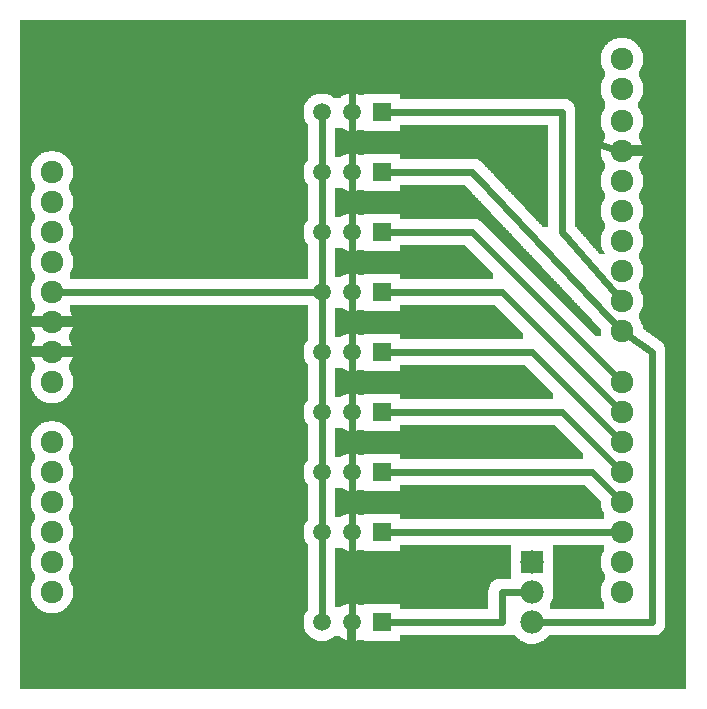
<source format=gbl>
G04 MADE WITH FRITZING*
G04 WWW.FRITZING.ORG*
G04 DOUBLE SIDED*
G04 HOLES PLATED*
G04 CONTOUR ON CENTER OF CONTOUR VECTOR*
%ASAXBY*%
%FSLAX23Y23*%
%MOIN*%
%OFA0B0*%
%SFA1.0B1.0*%
%ADD10C,0.075000*%
%ADD11C,0.075833*%
%ADD12C,0.059000*%
%ADD13C,0.078000*%
%ADD14R,0.059000X0.059000*%
%ADD15R,0.078000X0.078000*%
%ADD16C,0.024000*%
%LNCOPPER0*%
G90*
G70*
G54D10*
X2182Y2187D03*
X1628Y1828D03*
X1875Y453D03*
X1172Y433D03*
G54D11*
X2049Y2140D03*
X2049Y2040D03*
X2049Y1933D03*
X2049Y1833D03*
X2049Y1733D03*
X2049Y1633D03*
X2049Y1533D03*
X2049Y1433D03*
X2049Y1333D03*
X2049Y1233D03*
X2049Y1063D03*
X2049Y963D03*
X2049Y863D03*
X2049Y763D03*
X2049Y663D03*
X2049Y563D03*
X2049Y463D03*
X2049Y363D03*
X149Y1763D03*
X149Y1663D03*
X149Y1563D03*
X149Y1463D03*
X149Y1363D03*
X149Y1263D03*
X149Y1163D03*
X149Y1063D03*
X149Y863D03*
X149Y763D03*
X149Y663D03*
X149Y563D03*
X149Y463D03*
X149Y363D03*
G54D12*
X1249Y563D03*
X1149Y563D03*
X1049Y563D03*
X1249Y763D03*
X1149Y763D03*
X1049Y763D03*
X1249Y963D03*
X1149Y963D03*
X1049Y963D03*
X1249Y1163D03*
X1149Y1163D03*
X1049Y1163D03*
X1249Y1363D03*
X1149Y1363D03*
X1049Y1363D03*
X1249Y1563D03*
X1149Y1563D03*
X1049Y1563D03*
X1249Y263D03*
X1149Y263D03*
X1049Y263D03*
X1249Y1763D03*
X1149Y1763D03*
X1049Y1763D03*
X1249Y1963D03*
X1149Y1963D03*
X1049Y1963D03*
G54D13*
X1749Y463D03*
X1749Y363D03*
X1749Y263D03*
G54D14*
X1249Y563D03*
X1249Y763D03*
X1249Y963D03*
X1249Y1163D03*
X1249Y1363D03*
X1249Y1563D03*
X1249Y263D03*
X1249Y1763D03*
X1249Y1963D03*
G54D15*
X1749Y463D03*
G54D16*
X1549Y1563D02*
X2029Y1083D01*
D02*
X1279Y1563D02*
X1549Y1563D01*
D02*
X1849Y1563D02*
X2031Y1354D01*
D02*
X1849Y1963D02*
X1849Y1563D01*
D02*
X1279Y1963D02*
X1849Y1963D01*
D02*
X1649Y1363D02*
X1279Y1363D01*
D02*
X2029Y983D02*
X1649Y1363D01*
D02*
X1749Y1163D02*
X2029Y883D01*
D02*
X1279Y1163D02*
X1749Y1163D01*
D02*
X1849Y963D02*
X2029Y783D01*
D02*
X1279Y963D02*
X1849Y963D01*
D02*
X1949Y763D02*
X1279Y763D01*
D02*
X2029Y683D02*
X1949Y763D01*
D02*
X1279Y563D02*
X2021Y563D01*
D02*
X1049Y1792D02*
X1049Y1933D01*
D02*
X1049Y1733D02*
X1049Y1592D01*
D02*
X1049Y1533D02*
X1049Y1392D01*
D02*
X1049Y1333D02*
X1049Y1192D01*
D02*
X1049Y1133D02*
X1049Y992D01*
D02*
X1049Y933D02*
X1049Y792D01*
D02*
X1049Y733D02*
X1049Y592D01*
D02*
X1149Y733D02*
X1149Y592D01*
D02*
X1149Y933D02*
X1149Y792D01*
D02*
X1149Y1133D02*
X1149Y992D01*
D02*
X1149Y1333D02*
X1149Y1192D01*
D02*
X1149Y1533D02*
X1149Y1392D01*
D02*
X1149Y1733D02*
X1149Y1592D01*
D02*
X1149Y1792D02*
X1149Y1933D01*
D02*
X1649Y363D02*
X1719Y363D01*
D02*
X1649Y263D02*
X1649Y363D01*
D02*
X1279Y263D02*
X1649Y263D01*
D02*
X1019Y1363D02*
X177Y1363D01*
D02*
X1949Y1863D02*
X2022Y1841D01*
D02*
X1949Y2063D02*
X1949Y1863D01*
D02*
X1149Y2063D02*
X1949Y2063D01*
D02*
X1149Y1992D02*
X1149Y2063D01*
D02*
X1549Y1763D02*
X2030Y1253D01*
D02*
X1279Y1763D02*
X1549Y1763D01*
D02*
X2149Y1163D02*
X2149Y263D01*
D02*
X2149Y263D02*
X1779Y263D01*
D02*
X2072Y1217D02*
X2149Y1163D01*
D02*
X1149Y292D02*
X1149Y533D01*
D02*
X1049Y533D02*
X1049Y292D01*
G36*
X44Y2269D02*
X44Y2209D01*
X2066Y2209D01*
X2066Y2207D01*
X2072Y2207D01*
X2072Y2205D01*
X2078Y2205D01*
X2078Y2203D01*
X2082Y2203D01*
X2082Y2201D01*
X2084Y2201D01*
X2084Y2199D01*
X2088Y2199D01*
X2088Y2197D01*
X2090Y2197D01*
X2090Y2195D01*
X2094Y2195D01*
X2094Y2193D01*
X2096Y2193D01*
X2096Y2191D01*
X2098Y2191D01*
X2098Y2189D01*
X2100Y2189D01*
X2100Y2187D01*
X2102Y2187D01*
X2102Y2185D01*
X2104Y2185D01*
X2104Y2181D01*
X2106Y2181D01*
X2106Y2179D01*
X2108Y2179D01*
X2108Y2177D01*
X2110Y2177D01*
X2110Y2173D01*
X2112Y2173D01*
X2112Y2169D01*
X2114Y2169D01*
X2114Y2165D01*
X2116Y2165D01*
X2116Y2159D01*
X2118Y2159D01*
X2118Y2119D01*
X2116Y2119D01*
X2116Y2113D01*
X2114Y2113D01*
X2114Y2109D01*
X2112Y2109D01*
X2112Y2105D01*
X2110Y2105D01*
X2110Y2103D01*
X2108Y2103D01*
X2108Y2099D01*
X2106Y2099D01*
X2106Y2079D01*
X2108Y2079D01*
X2108Y2077D01*
X2110Y2077D01*
X2110Y2073D01*
X2112Y2073D01*
X2112Y2069D01*
X2114Y2069D01*
X2114Y2065D01*
X2116Y2065D01*
X2116Y2059D01*
X2118Y2059D01*
X2118Y2019D01*
X2116Y2019D01*
X2116Y2013D01*
X2114Y2013D01*
X2114Y2009D01*
X2112Y2009D01*
X2112Y2005D01*
X2110Y2005D01*
X2110Y2003D01*
X2108Y2003D01*
X2108Y1999D01*
X2106Y1999D01*
X2106Y1997D01*
X2104Y1997D01*
X2104Y1975D01*
X2106Y1975D01*
X2106Y1973D01*
X2108Y1973D01*
X2108Y1969D01*
X2110Y1969D01*
X2110Y1967D01*
X2112Y1967D01*
X2112Y1963D01*
X2114Y1963D01*
X2114Y1957D01*
X2116Y1957D01*
X2116Y1953D01*
X2118Y1953D01*
X2118Y1913D01*
X2116Y1913D01*
X2116Y1907D01*
X2114Y1907D01*
X2114Y1903D01*
X2112Y1903D01*
X2112Y1899D01*
X2110Y1899D01*
X2110Y1895D01*
X2108Y1895D01*
X2108Y1893D01*
X2106Y1893D01*
X2106Y1873D01*
X2108Y1873D01*
X2108Y1869D01*
X2110Y1869D01*
X2110Y1867D01*
X2112Y1867D01*
X2112Y1863D01*
X2114Y1863D01*
X2114Y1857D01*
X2116Y1857D01*
X2116Y1853D01*
X2118Y1853D01*
X2118Y1813D01*
X2116Y1813D01*
X2116Y1807D01*
X2114Y1807D01*
X2114Y1803D01*
X2112Y1803D01*
X2112Y1799D01*
X2110Y1799D01*
X2110Y1795D01*
X2108Y1795D01*
X2108Y1793D01*
X2106Y1793D01*
X2106Y1773D01*
X2108Y1773D01*
X2108Y1769D01*
X2110Y1769D01*
X2110Y1767D01*
X2112Y1767D01*
X2112Y1763D01*
X2114Y1763D01*
X2114Y1757D01*
X2116Y1757D01*
X2116Y1753D01*
X2118Y1753D01*
X2118Y1713D01*
X2116Y1713D01*
X2116Y1707D01*
X2114Y1707D01*
X2114Y1703D01*
X2112Y1703D01*
X2112Y1699D01*
X2110Y1699D01*
X2110Y1695D01*
X2108Y1695D01*
X2108Y1693D01*
X2106Y1693D01*
X2106Y1673D01*
X2108Y1673D01*
X2108Y1669D01*
X2110Y1669D01*
X2110Y1665D01*
X2112Y1665D01*
X2112Y1663D01*
X2114Y1663D01*
X2114Y1657D01*
X2116Y1657D01*
X2116Y1653D01*
X2118Y1653D01*
X2118Y1613D01*
X2116Y1613D01*
X2116Y1607D01*
X2114Y1607D01*
X2114Y1603D01*
X2112Y1603D01*
X2112Y1599D01*
X2110Y1599D01*
X2110Y1595D01*
X2108Y1595D01*
X2108Y1593D01*
X2106Y1593D01*
X2106Y1573D01*
X2108Y1573D01*
X2108Y1569D01*
X2110Y1569D01*
X2110Y1565D01*
X2112Y1565D01*
X2112Y1563D01*
X2114Y1563D01*
X2114Y1557D01*
X2116Y1557D01*
X2116Y1553D01*
X2118Y1553D01*
X2118Y1513D01*
X2116Y1513D01*
X2116Y1507D01*
X2114Y1507D01*
X2114Y1503D01*
X2112Y1503D01*
X2112Y1499D01*
X2110Y1499D01*
X2110Y1495D01*
X2108Y1495D01*
X2108Y1493D01*
X2106Y1493D01*
X2106Y1473D01*
X2108Y1473D01*
X2108Y1469D01*
X2110Y1469D01*
X2110Y1467D01*
X2112Y1467D01*
X2112Y1463D01*
X2114Y1463D01*
X2114Y1457D01*
X2116Y1457D01*
X2116Y1453D01*
X2118Y1453D01*
X2118Y1413D01*
X2116Y1413D01*
X2116Y1407D01*
X2114Y1407D01*
X2114Y1403D01*
X2112Y1403D01*
X2112Y1399D01*
X2110Y1399D01*
X2110Y1395D01*
X2108Y1395D01*
X2108Y1393D01*
X2106Y1393D01*
X2106Y1373D01*
X2108Y1373D01*
X2108Y1369D01*
X2110Y1369D01*
X2110Y1367D01*
X2112Y1367D01*
X2112Y1363D01*
X2114Y1363D01*
X2114Y1357D01*
X2116Y1357D01*
X2116Y1353D01*
X2118Y1353D01*
X2118Y1313D01*
X2116Y1313D01*
X2116Y1307D01*
X2114Y1307D01*
X2114Y1303D01*
X2112Y1303D01*
X2112Y1299D01*
X2110Y1299D01*
X2110Y1295D01*
X2108Y1295D01*
X2108Y1293D01*
X2106Y1293D01*
X2106Y1273D01*
X2108Y1273D01*
X2108Y1269D01*
X2110Y1269D01*
X2110Y1267D01*
X2112Y1267D01*
X2112Y1263D01*
X2114Y1263D01*
X2114Y1257D01*
X2116Y1257D01*
X2116Y1253D01*
X2118Y1253D01*
X2118Y1241D01*
X2120Y1241D01*
X2120Y1239D01*
X2122Y1239D01*
X2122Y1237D01*
X2126Y1237D01*
X2126Y1235D01*
X2128Y1235D01*
X2128Y1233D01*
X2130Y1233D01*
X2130Y1231D01*
X2134Y1231D01*
X2134Y1229D01*
X2136Y1229D01*
X2136Y1227D01*
X2140Y1227D01*
X2140Y1225D01*
X2142Y1225D01*
X2142Y1223D01*
X2146Y1223D01*
X2146Y1221D01*
X2148Y1221D01*
X2148Y1219D01*
X2150Y1219D01*
X2150Y1217D01*
X2154Y1217D01*
X2154Y1215D01*
X2156Y1215D01*
X2156Y1213D01*
X2160Y1213D01*
X2160Y1211D01*
X2162Y1211D01*
X2162Y1209D01*
X2166Y1209D01*
X2166Y1207D01*
X2168Y1207D01*
X2168Y1205D01*
X2170Y1205D01*
X2170Y1203D01*
X2174Y1203D01*
X2174Y1201D01*
X2176Y1201D01*
X2176Y1199D01*
X2180Y1199D01*
X2180Y1197D01*
X2182Y1197D01*
X2182Y1195D01*
X2184Y1195D01*
X2184Y1193D01*
X2186Y1193D01*
X2186Y1189D01*
X2188Y1189D01*
X2188Y1187D01*
X2190Y1187D01*
X2190Y1181D01*
X2192Y1181D01*
X2192Y1169D01*
X2194Y1169D01*
X2194Y255D01*
X2192Y255D01*
X2192Y243D01*
X2190Y243D01*
X2190Y239D01*
X2188Y239D01*
X2188Y235D01*
X2186Y235D01*
X2186Y233D01*
X2184Y233D01*
X2184Y229D01*
X2180Y229D01*
X2180Y227D01*
X2178Y227D01*
X2178Y225D01*
X2176Y225D01*
X2176Y223D01*
X2172Y223D01*
X2172Y221D01*
X2168Y221D01*
X2168Y219D01*
X1806Y219D01*
X1806Y217D01*
X1804Y217D01*
X1804Y215D01*
X1802Y215D01*
X1802Y213D01*
X1800Y213D01*
X1800Y211D01*
X1798Y211D01*
X1798Y209D01*
X1796Y209D01*
X1796Y207D01*
X1792Y207D01*
X1792Y205D01*
X1790Y205D01*
X1790Y203D01*
X1788Y203D01*
X1788Y201D01*
X1784Y201D01*
X1784Y199D01*
X1780Y199D01*
X1780Y197D01*
X1776Y197D01*
X1776Y195D01*
X1772Y195D01*
X1772Y193D01*
X1764Y193D01*
X1764Y191D01*
X2264Y191D01*
X2264Y2269D01*
X44Y2269D01*
G37*
D02*
G36*
X44Y2209D02*
X44Y2023D01*
X1310Y2023D01*
X1310Y2007D01*
X1860Y2007D01*
X1860Y2005D01*
X1868Y2005D01*
X1868Y2003D01*
X1874Y2003D01*
X1874Y2001D01*
X1876Y2001D01*
X1876Y1999D01*
X1880Y1999D01*
X1880Y1997D01*
X1882Y1997D01*
X1882Y1995D01*
X1884Y1995D01*
X1884Y1993D01*
X1886Y1993D01*
X1886Y1989D01*
X1888Y1989D01*
X1888Y1985D01*
X1890Y1985D01*
X1890Y1981D01*
X1892Y1981D01*
X1892Y1969D01*
X1894Y1969D01*
X1894Y1581D01*
X1896Y1581D01*
X1896Y1579D01*
X1898Y1579D01*
X1898Y1577D01*
X1900Y1577D01*
X1900Y1573D01*
X1902Y1573D01*
X1902Y1571D01*
X1904Y1571D01*
X1904Y1569D01*
X1906Y1569D01*
X1906Y1567D01*
X1908Y1567D01*
X1908Y1565D01*
X1910Y1565D01*
X1910Y1563D01*
X1912Y1563D01*
X1912Y1561D01*
X1914Y1561D01*
X1914Y1557D01*
X1916Y1557D01*
X1916Y1555D01*
X1918Y1555D01*
X1918Y1553D01*
X1920Y1553D01*
X1920Y1551D01*
X1922Y1551D01*
X1922Y1549D01*
X1924Y1549D01*
X1924Y1547D01*
X1926Y1547D01*
X1926Y1545D01*
X1928Y1545D01*
X1928Y1541D01*
X1930Y1541D01*
X1930Y1539D01*
X1932Y1539D01*
X1932Y1537D01*
X1934Y1537D01*
X1934Y1535D01*
X1936Y1535D01*
X1936Y1533D01*
X1938Y1533D01*
X1938Y1531D01*
X1940Y1531D01*
X1940Y1527D01*
X1942Y1527D01*
X1942Y1525D01*
X1944Y1525D01*
X1944Y1523D01*
X1946Y1523D01*
X1946Y1521D01*
X1948Y1521D01*
X1948Y1519D01*
X1950Y1519D01*
X1950Y1517D01*
X1952Y1517D01*
X1952Y1515D01*
X1954Y1515D01*
X1954Y1511D01*
X1956Y1511D01*
X1956Y1509D01*
X1958Y1509D01*
X1958Y1507D01*
X1960Y1507D01*
X1960Y1505D01*
X1962Y1505D01*
X1962Y1503D01*
X1964Y1503D01*
X1964Y1501D01*
X1966Y1501D01*
X1966Y1499D01*
X1968Y1499D01*
X1968Y1495D01*
X1970Y1495D01*
X1970Y1493D01*
X1972Y1493D01*
X1972Y1491D01*
X1992Y1491D01*
X1992Y1493D01*
X1990Y1493D01*
X1990Y1495D01*
X1988Y1495D01*
X1988Y1499D01*
X1986Y1499D01*
X1986Y1503D01*
X1984Y1503D01*
X1984Y1507D01*
X1982Y1507D01*
X1982Y1513D01*
X1980Y1513D01*
X1980Y1553D01*
X1982Y1553D01*
X1982Y1557D01*
X1984Y1557D01*
X1984Y1563D01*
X1986Y1563D01*
X1986Y1565D01*
X1988Y1565D01*
X1988Y1569D01*
X1990Y1569D01*
X1990Y1573D01*
X1992Y1573D01*
X1992Y1593D01*
X1990Y1593D01*
X1990Y1595D01*
X1988Y1595D01*
X1988Y1599D01*
X1986Y1599D01*
X1986Y1603D01*
X1984Y1603D01*
X1984Y1607D01*
X1982Y1607D01*
X1982Y1613D01*
X1980Y1613D01*
X1980Y1653D01*
X1982Y1653D01*
X1982Y1657D01*
X1984Y1657D01*
X1984Y1663D01*
X1986Y1663D01*
X1986Y1665D01*
X1988Y1665D01*
X1988Y1669D01*
X1990Y1669D01*
X1990Y1673D01*
X1992Y1673D01*
X1992Y1693D01*
X1990Y1693D01*
X1990Y1695D01*
X1988Y1695D01*
X1988Y1699D01*
X1986Y1699D01*
X1986Y1703D01*
X1984Y1703D01*
X1984Y1707D01*
X1982Y1707D01*
X1982Y1713D01*
X1980Y1713D01*
X1980Y1753D01*
X1982Y1753D01*
X1982Y1757D01*
X1984Y1757D01*
X1984Y1763D01*
X1986Y1763D01*
X1986Y1765D01*
X1988Y1765D01*
X1988Y1769D01*
X1990Y1769D01*
X1990Y1773D01*
X1992Y1773D01*
X1992Y1793D01*
X1990Y1793D01*
X1990Y1795D01*
X1988Y1795D01*
X1988Y1799D01*
X1986Y1799D01*
X1986Y1803D01*
X1984Y1803D01*
X1984Y1807D01*
X1982Y1807D01*
X1982Y1813D01*
X1980Y1813D01*
X1980Y1853D01*
X1982Y1853D01*
X1982Y1857D01*
X1984Y1857D01*
X1984Y1863D01*
X1986Y1863D01*
X1986Y1865D01*
X1988Y1865D01*
X1988Y1869D01*
X1990Y1869D01*
X1990Y1873D01*
X1992Y1873D01*
X1992Y1893D01*
X1990Y1893D01*
X1990Y1895D01*
X1988Y1895D01*
X1988Y1899D01*
X1986Y1899D01*
X1986Y1903D01*
X1984Y1903D01*
X1984Y1907D01*
X1982Y1907D01*
X1982Y1913D01*
X1980Y1913D01*
X1980Y1953D01*
X1982Y1953D01*
X1982Y1957D01*
X1984Y1957D01*
X1984Y1963D01*
X1986Y1963D01*
X1986Y1965D01*
X1988Y1965D01*
X1988Y1969D01*
X1990Y1969D01*
X1990Y1973D01*
X1992Y1973D01*
X1992Y1975D01*
X1994Y1975D01*
X1994Y1997D01*
X1992Y1997D01*
X1992Y1999D01*
X1990Y1999D01*
X1990Y2003D01*
X1988Y2003D01*
X1988Y2005D01*
X1986Y2005D01*
X1986Y2009D01*
X1984Y2009D01*
X1984Y2013D01*
X1982Y2013D01*
X1982Y2019D01*
X1980Y2019D01*
X1980Y2059D01*
X1982Y2059D01*
X1982Y2065D01*
X1984Y2065D01*
X1984Y2069D01*
X1986Y2069D01*
X1986Y2073D01*
X1988Y2073D01*
X1988Y2077D01*
X1990Y2077D01*
X1990Y2079D01*
X1992Y2079D01*
X1992Y2099D01*
X1990Y2099D01*
X1990Y2103D01*
X1988Y2103D01*
X1988Y2105D01*
X1986Y2105D01*
X1986Y2109D01*
X1984Y2109D01*
X1984Y2113D01*
X1982Y2113D01*
X1982Y2119D01*
X1980Y2119D01*
X1980Y2159D01*
X1982Y2159D01*
X1982Y2165D01*
X1984Y2165D01*
X1984Y2169D01*
X1986Y2169D01*
X1986Y2173D01*
X1988Y2173D01*
X1988Y2177D01*
X1990Y2177D01*
X1990Y2179D01*
X1992Y2179D01*
X1992Y2181D01*
X1994Y2181D01*
X1994Y2185D01*
X1996Y2185D01*
X1996Y2187D01*
X1998Y2187D01*
X1998Y2189D01*
X2000Y2189D01*
X2000Y2191D01*
X2002Y2191D01*
X2002Y2193D01*
X2004Y2193D01*
X2004Y2195D01*
X2008Y2195D01*
X2008Y2197D01*
X2010Y2197D01*
X2010Y2199D01*
X2014Y2199D01*
X2014Y2201D01*
X2016Y2201D01*
X2016Y2203D01*
X2020Y2203D01*
X2020Y2205D01*
X2026Y2205D01*
X2026Y2207D01*
X2032Y2207D01*
X2032Y2209D01*
X44Y2209D01*
G37*
D02*
G36*
X44Y2023D02*
X44Y1833D01*
X160Y1833D01*
X160Y1831D01*
X170Y1831D01*
X170Y1829D01*
X176Y1829D01*
X176Y1827D01*
X180Y1827D01*
X180Y1825D01*
X184Y1825D01*
X184Y1823D01*
X186Y1823D01*
X186Y1821D01*
X190Y1821D01*
X190Y1819D01*
X192Y1819D01*
X192Y1817D01*
X194Y1817D01*
X194Y1815D01*
X196Y1815D01*
X196Y1813D01*
X198Y1813D01*
X198Y1811D01*
X200Y1811D01*
X200Y1809D01*
X202Y1809D01*
X202Y1807D01*
X204Y1807D01*
X204Y1805D01*
X206Y1805D01*
X206Y1803D01*
X208Y1803D01*
X208Y1799D01*
X210Y1799D01*
X210Y1795D01*
X212Y1795D01*
X212Y1793D01*
X214Y1793D01*
X214Y1787D01*
X216Y1787D01*
X216Y1783D01*
X218Y1783D01*
X218Y1743D01*
X216Y1743D01*
X216Y1737D01*
X214Y1737D01*
X214Y1733D01*
X212Y1733D01*
X212Y1729D01*
X210Y1729D01*
X210Y1725D01*
X208Y1725D01*
X208Y1723D01*
X206Y1723D01*
X206Y1703D01*
X208Y1703D01*
X208Y1699D01*
X210Y1699D01*
X210Y1695D01*
X212Y1695D01*
X212Y1693D01*
X214Y1693D01*
X214Y1687D01*
X216Y1687D01*
X216Y1683D01*
X218Y1683D01*
X218Y1643D01*
X216Y1643D01*
X216Y1637D01*
X214Y1637D01*
X214Y1633D01*
X212Y1633D01*
X212Y1629D01*
X210Y1629D01*
X210Y1625D01*
X208Y1625D01*
X208Y1623D01*
X206Y1623D01*
X206Y1603D01*
X208Y1603D01*
X208Y1599D01*
X210Y1599D01*
X210Y1595D01*
X212Y1595D01*
X212Y1593D01*
X214Y1593D01*
X214Y1587D01*
X216Y1587D01*
X216Y1583D01*
X218Y1583D01*
X218Y1543D01*
X216Y1543D01*
X216Y1537D01*
X214Y1537D01*
X214Y1533D01*
X212Y1533D01*
X212Y1529D01*
X210Y1529D01*
X210Y1525D01*
X208Y1525D01*
X208Y1523D01*
X206Y1523D01*
X206Y1503D01*
X208Y1503D01*
X208Y1499D01*
X210Y1499D01*
X210Y1495D01*
X212Y1495D01*
X212Y1493D01*
X214Y1493D01*
X214Y1487D01*
X216Y1487D01*
X216Y1483D01*
X218Y1483D01*
X218Y1443D01*
X216Y1443D01*
X216Y1437D01*
X214Y1437D01*
X214Y1433D01*
X212Y1433D01*
X212Y1429D01*
X210Y1429D01*
X210Y1407D01*
X1004Y1407D01*
X1004Y1521D01*
X1002Y1521D01*
X1002Y1523D01*
X1000Y1523D01*
X1000Y1525D01*
X998Y1525D01*
X998Y1527D01*
X996Y1527D01*
X996Y1531D01*
X994Y1531D01*
X994Y1535D01*
X992Y1535D01*
X992Y1539D01*
X990Y1539D01*
X990Y1545D01*
X988Y1545D01*
X988Y1579D01*
X990Y1579D01*
X990Y1585D01*
X992Y1585D01*
X992Y1589D01*
X994Y1589D01*
X994Y1593D01*
X996Y1593D01*
X996Y1597D01*
X998Y1597D01*
X998Y1599D01*
X1000Y1599D01*
X1000Y1601D01*
X1002Y1601D01*
X1002Y1605D01*
X1004Y1605D01*
X1004Y1721D01*
X1002Y1721D01*
X1002Y1723D01*
X1000Y1723D01*
X1000Y1725D01*
X998Y1725D01*
X998Y1727D01*
X996Y1727D01*
X996Y1731D01*
X994Y1731D01*
X994Y1735D01*
X992Y1735D01*
X992Y1739D01*
X990Y1739D01*
X990Y1745D01*
X988Y1745D01*
X988Y1779D01*
X990Y1779D01*
X990Y1785D01*
X992Y1785D01*
X992Y1789D01*
X994Y1789D01*
X994Y1793D01*
X996Y1793D01*
X996Y1797D01*
X998Y1797D01*
X998Y1799D01*
X1000Y1799D01*
X1000Y1801D01*
X1002Y1801D01*
X1002Y1805D01*
X1004Y1805D01*
X1004Y1921D01*
X1002Y1921D01*
X1002Y1923D01*
X1000Y1923D01*
X1000Y1925D01*
X998Y1925D01*
X998Y1927D01*
X996Y1927D01*
X996Y1931D01*
X994Y1931D01*
X994Y1935D01*
X992Y1935D01*
X992Y1939D01*
X990Y1939D01*
X990Y1945D01*
X988Y1945D01*
X988Y1979D01*
X990Y1979D01*
X990Y1985D01*
X992Y1985D01*
X992Y1989D01*
X994Y1989D01*
X994Y1993D01*
X996Y1993D01*
X996Y1997D01*
X998Y1997D01*
X998Y1999D01*
X1000Y1999D01*
X1000Y2001D01*
X1002Y2001D01*
X1002Y2005D01*
X1004Y2005D01*
X1004Y2007D01*
X1006Y2007D01*
X1006Y2009D01*
X1010Y2009D01*
X1010Y2011D01*
X1012Y2011D01*
X1012Y2013D01*
X1014Y2013D01*
X1014Y2015D01*
X1018Y2015D01*
X1018Y2017D01*
X1020Y2017D01*
X1020Y2019D01*
X1024Y2019D01*
X1024Y2021D01*
X1030Y2021D01*
X1030Y2023D01*
X44Y2023D01*
G37*
D02*
G36*
X1068Y2023D02*
X1068Y2021D01*
X1072Y2021D01*
X1072Y2019D01*
X1078Y2019D01*
X1078Y2017D01*
X1080Y2017D01*
X1080Y2015D01*
X1084Y2015D01*
X1084Y2013D01*
X1086Y2013D01*
X1086Y2011D01*
X1088Y2011D01*
X1088Y2009D01*
X1110Y2009D01*
X1110Y2011D01*
X1112Y2011D01*
X1112Y2013D01*
X1114Y2013D01*
X1114Y2015D01*
X1118Y2015D01*
X1118Y2017D01*
X1120Y2017D01*
X1120Y2019D01*
X1124Y2019D01*
X1124Y2021D01*
X1130Y2021D01*
X1130Y2023D01*
X1068Y2023D01*
G37*
D02*
G36*
X1168Y2023D02*
X1168Y2021D01*
X1188Y2021D01*
X1188Y2023D01*
X1168Y2023D01*
G37*
D02*
G36*
X44Y1833D02*
X44Y993D01*
X130Y993D01*
X130Y995D01*
X124Y995D01*
X124Y997D01*
X120Y997D01*
X120Y999D01*
X116Y999D01*
X116Y1001D01*
X112Y1001D01*
X112Y1003D01*
X110Y1003D01*
X110Y1005D01*
X106Y1005D01*
X106Y1007D01*
X104Y1007D01*
X104Y1009D01*
X102Y1009D01*
X102Y1011D01*
X100Y1011D01*
X100Y1013D01*
X98Y1013D01*
X98Y1015D01*
X96Y1015D01*
X96Y1017D01*
X94Y1017D01*
X94Y1019D01*
X92Y1019D01*
X92Y1023D01*
X90Y1023D01*
X90Y1025D01*
X88Y1025D01*
X88Y1029D01*
X86Y1029D01*
X86Y1033D01*
X84Y1033D01*
X84Y1037D01*
X82Y1037D01*
X82Y1043D01*
X80Y1043D01*
X80Y1083D01*
X82Y1083D01*
X82Y1087D01*
X84Y1087D01*
X84Y1093D01*
X86Y1093D01*
X86Y1095D01*
X88Y1095D01*
X88Y1099D01*
X90Y1099D01*
X90Y1103D01*
X92Y1103D01*
X92Y1123D01*
X90Y1123D01*
X90Y1125D01*
X88Y1125D01*
X88Y1129D01*
X86Y1129D01*
X86Y1133D01*
X84Y1133D01*
X84Y1137D01*
X82Y1137D01*
X82Y1143D01*
X80Y1143D01*
X80Y1183D01*
X82Y1183D01*
X82Y1187D01*
X84Y1187D01*
X84Y1193D01*
X86Y1193D01*
X86Y1195D01*
X88Y1195D01*
X88Y1199D01*
X90Y1199D01*
X90Y1203D01*
X92Y1203D01*
X92Y1223D01*
X90Y1223D01*
X90Y1225D01*
X88Y1225D01*
X88Y1229D01*
X86Y1229D01*
X86Y1233D01*
X84Y1233D01*
X84Y1237D01*
X82Y1237D01*
X82Y1243D01*
X80Y1243D01*
X80Y1283D01*
X82Y1283D01*
X82Y1287D01*
X84Y1287D01*
X84Y1293D01*
X86Y1293D01*
X86Y1295D01*
X88Y1295D01*
X88Y1299D01*
X90Y1299D01*
X90Y1303D01*
X92Y1303D01*
X92Y1323D01*
X90Y1323D01*
X90Y1325D01*
X88Y1325D01*
X88Y1329D01*
X86Y1329D01*
X86Y1333D01*
X84Y1333D01*
X84Y1337D01*
X82Y1337D01*
X82Y1343D01*
X80Y1343D01*
X80Y1383D01*
X82Y1383D01*
X82Y1387D01*
X84Y1387D01*
X84Y1393D01*
X86Y1393D01*
X86Y1395D01*
X88Y1395D01*
X88Y1399D01*
X90Y1399D01*
X90Y1403D01*
X92Y1403D01*
X92Y1423D01*
X90Y1423D01*
X90Y1425D01*
X88Y1425D01*
X88Y1429D01*
X86Y1429D01*
X86Y1433D01*
X84Y1433D01*
X84Y1437D01*
X82Y1437D01*
X82Y1443D01*
X80Y1443D01*
X80Y1483D01*
X82Y1483D01*
X82Y1487D01*
X84Y1487D01*
X84Y1493D01*
X86Y1493D01*
X86Y1495D01*
X88Y1495D01*
X88Y1499D01*
X90Y1499D01*
X90Y1503D01*
X92Y1503D01*
X92Y1523D01*
X90Y1523D01*
X90Y1525D01*
X88Y1525D01*
X88Y1529D01*
X86Y1529D01*
X86Y1533D01*
X84Y1533D01*
X84Y1537D01*
X82Y1537D01*
X82Y1543D01*
X80Y1543D01*
X80Y1583D01*
X82Y1583D01*
X82Y1587D01*
X84Y1587D01*
X84Y1593D01*
X86Y1593D01*
X86Y1595D01*
X88Y1595D01*
X88Y1599D01*
X90Y1599D01*
X90Y1603D01*
X92Y1603D01*
X92Y1623D01*
X90Y1623D01*
X90Y1625D01*
X88Y1625D01*
X88Y1629D01*
X86Y1629D01*
X86Y1633D01*
X84Y1633D01*
X84Y1637D01*
X82Y1637D01*
X82Y1643D01*
X80Y1643D01*
X80Y1683D01*
X82Y1683D01*
X82Y1687D01*
X84Y1687D01*
X84Y1693D01*
X86Y1693D01*
X86Y1695D01*
X88Y1695D01*
X88Y1699D01*
X90Y1699D01*
X90Y1703D01*
X92Y1703D01*
X92Y1723D01*
X90Y1723D01*
X90Y1725D01*
X88Y1725D01*
X88Y1729D01*
X86Y1729D01*
X86Y1733D01*
X84Y1733D01*
X84Y1737D01*
X82Y1737D01*
X82Y1743D01*
X80Y1743D01*
X80Y1783D01*
X82Y1783D01*
X82Y1787D01*
X84Y1787D01*
X84Y1793D01*
X86Y1793D01*
X86Y1795D01*
X88Y1795D01*
X88Y1799D01*
X90Y1799D01*
X90Y1803D01*
X92Y1803D01*
X92Y1805D01*
X94Y1805D01*
X94Y1807D01*
X96Y1807D01*
X96Y1809D01*
X98Y1809D01*
X98Y1811D01*
X100Y1811D01*
X100Y1813D01*
X102Y1813D01*
X102Y1815D01*
X104Y1815D01*
X104Y1817D01*
X106Y1817D01*
X106Y1819D01*
X108Y1819D01*
X108Y1821D01*
X112Y1821D01*
X112Y1823D01*
X114Y1823D01*
X114Y1825D01*
X118Y1825D01*
X118Y1827D01*
X122Y1827D01*
X122Y1829D01*
X128Y1829D01*
X128Y1831D01*
X138Y1831D01*
X138Y1833D01*
X44Y1833D01*
G37*
D02*
G36*
X208Y1319D02*
X208Y1299D01*
X210Y1299D01*
X210Y1295D01*
X212Y1295D01*
X212Y1293D01*
X214Y1293D01*
X214Y1287D01*
X216Y1287D01*
X216Y1283D01*
X218Y1283D01*
X218Y1243D01*
X216Y1243D01*
X216Y1237D01*
X214Y1237D01*
X214Y1233D01*
X212Y1233D01*
X212Y1229D01*
X210Y1229D01*
X210Y1225D01*
X208Y1225D01*
X208Y1223D01*
X206Y1223D01*
X206Y1203D01*
X208Y1203D01*
X208Y1199D01*
X210Y1199D01*
X210Y1195D01*
X212Y1195D01*
X212Y1193D01*
X214Y1193D01*
X214Y1187D01*
X216Y1187D01*
X216Y1183D01*
X218Y1183D01*
X218Y1143D01*
X216Y1143D01*
X216Y1137D01*
X214Y1137D01*
X214Y1133D01*
X212Y1133D01*
X212Y1129D01*
X210Y1129D01*
X210Y1125D01*
X208Y1125D01*
X208Y1123D01*
X206Y1123D01*
X206Y1103D01*
X208Y1103D01*
X208Y1099D01*
X210Y1099D01*
X210Y1095D01*
X212Y1095D01*
X212Y1093D01*
X214Y1093D01*
X214Y1087D01*
X216Y1087D01*
X216Y1083D01*
X218Y1083D01*
X218Y1043D01*
X216Y1043D01*
X216Y1037D01*
X214Y1037D01*
X214Y1033D01*
X212Y1033D01*
X212Y1029D01*
X210Y1029D01*
X210Y1025D01*
X208Y1025D01*
X208Y1023D01*
X206Y1023D01*
X206Y1019D01*
X204Y1019D01*
X204Y1017D01*
X202Y1017D01*
X202Y1015D01*
X200Y1015D01*
X200Y1013D01*
X198Y1013D01*
X198Y1011D01*
X196Y1011D01*
X196Y1009D01*
X194Y1009D01*
X194Y1007D01*
X192Y1007D01*
X192Y1005D01*
X188Y1005D01*
X188Y1003D01*
X186Y1003D01*
X186Y1001D01*
X182Y1001D01*
X182Y999D01*
X178Y999D01*
X178Y997D01*
X174Y997D01*
X174Y995D01*
X168Y995D01*
X168Y993D01*
X996Y993D01*
X996Y997D01*
X998Y997D01*
X998Y999D01*
X1000Y999D01*
X1000Y1001D01*
X1002Y1001D01*
X1002Y1005D01*
X1004Y1005D01*
X1004Y1121D01*
X1002Y1121D01*
X1002Y1123D01*
X1000Y1123D01*
X1000Y1125D01*
X998Y1125D01*
X998Y1127D01*
X996Y1127D01*
X996Y1131D01*
X994Y1131D01*
X994Y1135D01*
X992Y1135D01*
X992Y1139D01*
X990Y1139D01*
X990Y1145D01*
X988Y1145D01*
X988Y1179D01*
X990Y1179D01*
X990Y1185D01*
X992Y1185D01*
X992Y1189D01*
X994Y1189D01*
X994Y1193D01*
X996Y1193D01*
X996Y1197D01*
X998Y1197D01*
X998Y1199D01*
X1000Y1199D01*
X1000Y1201D01*
X1002Y1201D01*
X1002Y1205D01*
X1004Y1205D01*
X1004Y1319D01*
X208Y1319D01*
G37*
D02*
G36*
X44Y993D02*
X44Y991D01*
X994Y991D01*
X994Y993D01*
X44Y993D01*
G37*
D02*
G36*
X44Y993D02*
X44Y991D01*
X994Y991D01*
X994Y993D01*
X44Y993D01*
G37*
D02*
G36*
X44Y991D02*
X44Y933D01*
X160Y933D01*
X160Y931D01*
X170Y931D01*
X170Y929D01*
X176Y929D01*
X176Y927D01*
X180Y927D01*
X180Y925D01*
X184Y925D01*
X184Y923D01*
X186Y923D01*
X186Y921D01*
X190Y921D01*
X190Y919D01*
X192Y919D01*
X192Y917D01*
X194Y917D01*
X194Y915D01*
X196Y915D01*
X196Y913D01*
X198Y913D01*
X198Y911D01*
X200Y911D01*
X200Y909D01*
X202Y909D01*
X202Y907D01*
X204Y907D01*
X204Y905D01*
X206Y905D01*
X206Y903D01*
X208Y903D01*
X208Y899D01*
X210Y899D01*
X210Y895D01*
X212Y895D01*
X212Y893D01*
X214Y893D01*
X214Y887D01*
X216Y887D01*
X216Y883D01*
X218Y883D01*
X218Y843D01*
X216Y843D01*
X216Y837D01*
X214Y837D01*
X214Y833D01*
X212Y833D01*
X212Y829D01*
X210Y829D01*
X210Y825D01*
X208Y825D01*
X208Y823D01*
X206Y823D01*
X206Y803D01*
X208Y803D01*
X208Y799D01*
X210Y799D01*
X210Y795D01*
X212Y795D01*
X212Y793D01*
X214Y793D01*
X214Y787D01*
X216Y787D01*
X216Y783D01*
X218Y783D01*
X218Y743D01*
X216Y743D01*
X216Y737D01*
X214Y737D01*
X214Y733D01*
X212Y733D01*
X212Y729D01*
X210Y729D01*
X210Y725D01*
X208Y725D01*
X208Y723D01*
X206Y723D01*
X206Y703D01*
X208Y703D01*
X208Y699D01*
X210Y699D01*
X210Y695D01*
X212Y695D01*
X212Y693D01*
X214Y693D01*
X214Y687D01*
X216Y687D01*
X216Y683D01*
X218Y683D01*
X218Y643D01*
X216Y643D01*
X216Y637D01*
X214Y637D01*
X214Y633D01*
X212Y633D01*
X212Y629D01*
X210Y629D01*
X210Y625D01*
X208Y625D01*
X208Y623D01*
X206Y623D01*
X206Y603D01*
X208Y603D01*
X208Y599D01*
X210Y599D01*
X210Y595D01*
X212Y595D01*
X212Y593D01*
X214Y593D01*
X214Y587D01*
X216Y587D01*
X216Y583D01*
X218Y583D01*
X218Y543D01*
X216Y543D01*
X216Y537D01*
X214Y537D01*
X214Y533D01*
X212Y533D01*
X212Y529D01*
X210Y529D01*
X210Y525D01*
X208Y525D01*
X208Y523D01*
X206Y523D01*
X206Y503D01*
X208Y503D01*
X208Y499D01*
X210Y499D01*
X210Y495D01*
X212Y495D01*
X212Y493D01*
X214Y493D01*
X214Y487D01*
X216Y487D01*
X216Y483D01*
X218Y483D01*
X218Y443D01*
X216Y443D01*
X216Y437D01*
X214Y437D01*
X214Y433D01*
X212Y433D01*
X212Y429D01*
X210Y429D01*
X210Y425D01*
X208Y425D01*
X208Y423D01*
X206Y423D01*
X206Y403D01*
X208Y403D01*
X208Y399D01*
X210Y399D01*
X210Y395D01*
X212Y395D01*
X212Y393D01*
X214Y393D01*
X214Y387D01*
X216Y387D01*
X216Y383D01*
X218Y383D01*
X218Y343D01*
X216Y343D01*
X216Y337D01*
X214Y337D01*
X214Y333D01*
X212Y333D01*
X212Y329D01*
X210Y329D01*
X210Y325D01*
X208Y325D01*
X208Y323D01*
X206Y323D01*
X206Y319D01*
X204Y319D01*
X204Y317D01*
X202Y317D01*
X202Y315D01*
X200Y315D01*
X200Y313D01*
X198Y313D01*
X198Y311D01*
X196Y311D01*
X196Y309D01*
X194Y309D01*
X194Y307D01*
X192Y307D01*
X192Y305D01*
X188Y305D01*
X188Y303D01*
X186Y303D01*
X186Y301D01*
X182Y301D01*
X182Y299D01*
X178Y299D01*
X178Y297D01*
X174Y297D01*
X174Y295D01*
X168Y295D01*
X168Y293D01*
X996Y293D01*
X996Y297D01*
X998Y297D01*
X998Y299D01*
X1000Y299D01*
X1000Y301D01*
X1002Y301D01*
X1002Y305D01*
X1004Y305D01*
X1004Y521D01*
X1002Y521D01*
X1002Y523D01*
X1000Y523D01*
X1000Y525D01*
X998Y525D01*
X998Y527D01*
X996Y527D01*
X996Y531D01*
X994Y531D01*
X994Y535D01*
X992Y535D01*
X992Y539D01*
X990Y539D01*
X990Y545D01*
X988Y545D01*
X988Y579D01*
X990Y579D01*
X990Y585D01*
X992Y585D01*
X992Y589D01*
X994Y589D01*
X994Y593D01*
X996Y593D01*
X996Y597D01*
X998Y597D01*
X998Y599D01*
X1000Y599D01*
X1000Y601D01*
X1002Y601D01*
X1002Y605D01*
X1004Y605D01*
X1004Y721D01*
X1002Y721D01*
X1002Y723D01*
X1000Y723D01*
X1000Y725D01*
X998Y725D01*
X998Y727D01*
X996Y727D01*
X996Y731D01*
X994Y731D01*
X994Y735D01*
X992Y735D01*
X992Y739D01*
X990Y739D01*
X990Y745D01*
X988Y745D01*
X988Y779D01*
X990Y779D01*
X990Y785D01*
X992Y785D01*
X992Y789D01*
X994Y789D01*
X994Y793D01*
X996Y793D01*
X996Y797D01*
X998Y797D01*
X998Y799D01*
X1000Y799D01*
X1000Y801D01*
X1002Y801D01*
X1002Y805D01*
X1004Y805D01*
X1004Y921D01*
X1002Y921D01*
X1002Y923D01*
X1000Y923D01*
X1000Y925D01*
X998Y925D01*
X998Y927D01*
X996Y927D01*
X996Y931D01*
X994Y931D01*
X994Y935D01*
X992Y935D01*
X992Y939D01*
X990Y939D01*
X990Y945D01*
X988Y945D01*
X988Y979D01*
X990Y979D01*
X990Y985D01*
X992Y985D01*
X992Y989D01*
X994Y989D01*
X994Y991D01*
X44Y991D01*
G37*
D02*
G36*
X44Y933D02*
X44Y293D01*
X130Y293D01*
X130Y295D01*
X124Y295D01*
X124Y297D01*
X120Y297D01*
X120Y299D01*
X116Y299D01*
X116Y301D01*
X112Y301D01*
X112Y303D01*
X110Y303D01*
X110Y305D01*
X106Y305D01*
X106Y307D01*
X104Y307D01*
X104Y309D01*
X102Y309D01*
X102Y311D01*
X100Y311D01*
X100Y313D01*
X98Y313D01*
X98Y315D01*
X96Y315D01*
X96Y317D01*
X94Y317D01*
X94Y319D01*
X92Y319D01*
X92Y323D01*
X90Y323D01*
X90Y325D01*
X88Y325D01*
X88Y329D01*
X86Y329D01*
X86Y333D01*
X84Y333D01*
X84Y337D01*
X82Y337D01*
X82Y343D01*
X80Y343D01*
X80Y383D01*
X82Y383D01*
X82Y387D01*
X84Y387D01*
X84Y393D01*
X86Y393D01*
X86Y395D01*
X88Y395D01*
X88Y399D01*
X90Y399D01*
X90Y403D01*
X92Y403D01*
X92Y423D01*
X90Y423D01*
X90Y425D01*
X88Y425D01*
X88Y429D01*
X86Y429D01*
X86Y433D01*
X84Y433D01*
X84Y437D01*
X82Y437D01*
X82Y443D01*
X80Y443D01*
X80Y483D01*
X82Y483D01*
X82Y487D01*
X84Y487D01*
X84Y493D01*
X86Y493D01*
X86Y495D01*
X88Y495D01*
X88Y499D01*
X90Y499D01*
X90Y503D01*
X92Y503D01*
X92Y523D01*
X90Y523D01*
X90Y525D01*
X88Y525D01*
X88Y529D01*
X86Y529D01*
X86Y533D01*
X84Y533D01*
X84Y537D01*
X82Y537D01*
X82Y543D01*
X80Y543D01*
X80Y583D01*
X82Y583D01*
X82Y587D01*
X84Y587D01*
X84Y593D01*
X86Y593D01*
X86Y595D01*
X88Y595D01*
X88Y599D01*
X90Y599D01*
X90Y603D01*
X92Y603D01*
X92Y623D01*
X90Y623D01*
X90Y625D01*
X88Y625D01*
X88Y629D01*
X86Y629D01*
X86Y633D01*
X84Y633D01*
X84Y637D01*
X82Y637D01*
X82Y643D01*
X80Y643D01*
X80Y683D01*
X82Y683D01*
X82Y687D01*
X84Y687D01*
X84Y693D01*
X86Y693D01*
X86Y695D01*
X88Y695D01*
X88Y699D01*
X90Y699D01*
X90Y703D01*
X92Y703D01*
X92Y723D01*
X90Y723D01*
X90Y725D01*
X88Y725D01*
X88Y729D01*
X86Y729D01*
X86Y733D01*
X84Y733D01*
X84Y737D01*
X82Y737D01*
X82Y743D01*
X80Y743D01*
X80Y783D01*
X82Y783D01*
X82Y787D01*
X84Y787D01*
X84Y793D01*
X86Y793D01*
X86Y795D01*
X88Y795D01*
X88Y799D01*
X90Y799D01*
X90Y803D01*
X92Y803D01*
X92Y823D01*
X90Y823D01*
X90Y825D01*
X88Y825D01*
X88Y829D01*
X86Y829D01*
X86Y833D01*
X84Y833D01*
X84Y837D01*
X82Y837D01*
X82Y843D01*
X80Y843D01*
X80Y883D01*
X82Y883D01*
X82Y887D01*
X84Y887D01*
X84Y893D01*
X86Y893D01*
X86Y895D01*
X88Y895D01*
X88Y899D01*
X90Y899D01*
X90Y903D01*
X92Y903D01*
X92Y905D01*
X94Y905D01*
X94Y907D01*
X96Y907D01*
X96Y909D01*
X98Y909D01*
X98Y911D01*
X100Y911D01*
X100Y913D01*
X102Y913D01*
X102Y915D01*
X104Y915D01*
X104Y917D01*
X106Y917D01*
X106Y919D01*
X108Y919D01*
X108Y921D01*
X112Y921D01*
X112Y923D01*
X114Y923D01*
X114Y925D01*
X118Y925D01*
X118Y927D01*
X122Y927D01*
X122Y929D01*
X128Y929D01*
X128Y931D01*
X138Y931D01*
X138Y933D01*
X44Y933D01*
G37*
D02*
G36*
X44Y293D02*
X44Y291D01*
X994Y291D01*
X994Y293D01*
X44Y293D01*
G37*
D02*
G36*
X44Y293D02*
X44Y291D01*
X994Y291D01*
X994Y293D01*
X44Y293D01*
G37*
D02*
G36*
X44Y291D02*
X44Y201D01*
X1032Y201D01*
X1032Y203D01*
X1026Y203D01*
X1026Y205D01*
X1022Y205D01*
X1022Y207D01*
X1018Y207D01*
X1018Y209D01*
X1016Y209D01*
X1016Y211D01*
X1012Y211D01*
X1012Y213D01*
X1010Y213D01*
X1010Y215D01*
X1008Y215D01*
X1008Y217D01*
X1006Y217D01*
X1006Y219D01*
X1004Y219D01*
X1004Y221D01*
X1002Y221D01*
X1002Y223D01*
X1000Y223D01*
X1000Y225D01*
X998Y225D01*
X998Y227D01*
X996Y227D01*
X996Y231D01*
X994Y231D01*
X994Y235D01*
X992Y235D01*
X992Y239D01*
X990Y239D01*
X990Y245D01*
X988Y245D01*
X988Y279D01*
X990Y279D01*
X990Y285D01*
X992Y285D01*
X992Y289D01*
X994Y289D01*
X994Y291D01*
X44Y291D01*
G37*
D02*
G36*
X1668Y221D02*
X1668Y219D01*
X1310Y219D01*
X1310Y201D01*
X1710Y201D01*
X1710Y203D01*
X1708Y203D01*
X1708Y205D01*
X1706Y205D01*
X1706Y207D01*
X1702Y207D01*
X1702Y209D01*
X1700Y209D01*
X1700Y211D01*
X1698Y211D01*
X1698Y213D01*
X1696Y213D01*
X1696Y215D01*
X1694Y215D01*
X1694Y217D01*
X1692Y217D01*
X1692Y221D01*
X1668Y221D01*
G37*
D02*
G36*
X1088Y215D02*
X1088Y213D01*
X1086Y213D01*
X1086Y211D01*
X1082Y211D01*
X1082Y209D01*
X1080Y209D01*
X1080Y207D01*
X1076Y207D01*
X1076Y205D01*
X1072Y205D01*
X1072Y203D01*
X1066Y203D01*
X1066Y201D01*
X1132Y201D01*
X1132Y203D01*
X1126Y203D01*
X1126Y205D01*
X1122Y205D01*
X1122Y207D01*
X1118Y207D01*
X1118Y209D01*
X1116Y209D01*
X1116Y211D01*
X1112Y211D01*
X1112Y213D01*
X1110Y213D01*
X1110Y215D01*
X1088Y215D01*
G37*
D02*
G36*
X1166Y203D02*
X1166Y201D01*
X1188Y201D01*
X1188Y203D01*
X1166Y203D01*
G37*
D02*
G36*
X44Y201D02*
X44Y199D01*
X1714Y199D01*
X1714Y201D01*
X44Y201D01*
G37*
D02*
G36*
X44Y201D02*
X44Y199D01*
X1714Y199D01*
X1714Y201D01*
X44Y201D01*
G37*
D02*
G36*
X44Y201D02*
X44Y199D01*
X1714Y199D01*
X1714Y201D01*
X44Y201D01*
G37*
D02*
G36*
X44Y201D02*
X44Y199D01*
X1714Y199D01*
X1714Y201D01*
X44Y201D01*
G37*
D02*
G36*
X44Y199D02*
X44Y191D01*
X1734Y191D01*
X1734Y193D01*
X1726Y193D01*
X1726Y195D01*
X1722Y195D01*
X1722Y197D01*
X1718Y197D01*
X1718Y199D01*
X44Y199D01*
G37*
D02*
G36*
X44Y191D02*
X44Y189D01*
X2264Y189D01*
X2264Y191D01*
X44Y191D01*
G37*
D02*
G36*
X44Y191D02*
X44Y189D01*
X2264Y189D01*
X2264Y191D01*
X44Y191D01*
G37*
D02*
G36*
X44Y189D02*
X44Y41D01*
X2264Y41D01*
X2264Y189D01*
X44Y189D01*
G37*
D02*
G36*
X1310Y1919D02*
X1310Y1901D01*
X1804Y1901D01*
X1804Y1919D01*
X1310Y1919D01*
G37*
D02*
G36*
X1094Y1911D02*
X1094Y1901D01*
X1132Y1901D01*
X1132Y1903D01*
X1126Y1903D01*
X1126Y1905D01*
X1122Y1905D01*
X1122Y1907D01*
X1118Y1907D01*
X1118Y1909D01*
X1116Y1909D01*
X1116Y1911D01*
X1094Y1911D01*
G37*
D02*
G36*
X1166Y1903D02*
X1166Y1901D01*
X1188Y1901D01*
X1188Y1903D01*
X1166Y1903D01*
G37*
D02*
G36*
X1094Y1901D02*
X1094Y1899D01*
X1804Y1899D01*
X1804Y1901D01*
X1094Y1901D01*
G37*
D02*
G36*
X1094Y1901D02*
X1094Y1899D01*
X1804Y1899D01*
X1804Y1901D01*
X1094Y1901D01*
G37*
D02*
G36*
X1094Y1901D02*
X1094Y1899D01*
X1804Y1899D01*
X1804Y1901D01*
X1094Y1901D01*
G37*
D02*
G36*
X1094Y1899D02*
X1094Y1823D01*
X1310Y1823D01*
X1310Y1807D01*
X1560Y1807D01*
X1560Y1805D01*
X1568Y1805D01*
X1568Y1803D01*
X1574Y1803D01*
X1574Y1801D01*
X1576Y1801D01*
X1576Y1799D01*
X1580Y1799D01*
X1580Y1797D01*
X1582Y1797D01*
X1582Y1795D01*
X1584Y1795D01*
X1584Y1793D01*
X1586Y1793D01*
X1586Y1791D01*
X1588Y1791D01*
X1588Y1789D01*
X1590Y1789D01*
X1590Y1787D01*
X1592Y1787D01*
X1592Y1783D01*
X1594Y1783D01*
X1594Y1781D01*
X1596Y1781D01*
X1596Y1779D01*
X1598Y1779D01*
X1598Y1777D01*
X1600Y1777D01*
X1600Y1775D01*
X1602Y1775D01*
X1602Y1773D01*
X1604Y1773D01*
X1604Y1771D01*
X1606Y1771D01*
X1606Y1769D01*
X1608Y1769D01*
X1608Y1767D01*
X1610Y1767D01*
X1610Y1765D01*
X1612Y1765D01*
X1612Y1763D01*
X1614Y1763D01*
X1614Y1761D01*
X1616Y1761D01*
X1616Y1759D01*
X1618Y1759D01*
X1618Y1757D01*
X1620Y1757D01*
X1620Y1755D01*
X1622Y1755D01*
X1622Y1753D01*
X1624Y1753D01*
X1624Y1751D01*
X1626Y1751D01*
X1626Y1747D01*
X1628Y1747D01*
X1628Y1745D01*
X1630Y1745D01*
X1630Y1743D01*
X1632Y1743D01*
X1632Y1741D01*
X1634Y1741D01*
X1634Y1739D01*
X1636Y1739D01*
X1636Y1737D01*
X1638Y1737D01*
X1638Y1735D01*
X1640Y1735D01*
X1640Y1733D01*
X1642Y1733D01*
X1642Y1731D01*
X1644Y1731D01*
X1644Y1729D01*
X1646Y1729D01*
X1646Y1727D01*
X1648Y1727D01*
X1648Y1725D01*
X1650Y1725D01*
X1650Y1723D01*
X1652Y1723D01*
X1652Y1721D01*
X1654Y1721D01*
X1654Y1719D01*
X1656Y1719D01*
X1656Y1717D01*
X1658Y1717D01*
X1658Y1715D01*
X1660Y1715D01*
X1660Y1711D01*
X1662Y1711D01*
X1662Y1709D01*
X1664Y1709D01*
X1664Y1707D01*
X1666Y1707D01*
X1666Y1705D01*
X1668Y1705D01*
X1668Y1703D01*
X1670Y1703D01*
X1670Y1701D01*
X1672Y1701D01*
X1672Y1699D01*
X1674Y1699D01*
X1674Y1697D01*
X1676Y1697D01*
X1676Y1695D01*
X1678Y1695D01*
X1678Y1693D01*
X1680Y1693D01*
X1680Y1691D01*
X1682Y1691D01*
X1682Y1689D01*
X1684Y1689D01*
X1684Y1687D01*
X1686Y1687D01*
X1686Y1685D01*
X1688Y1685D01*
X1688Y1683D01*
X1690Y1683D01*
X1690Y1681D01*
X1692Y1681D01*
X1692Y1677D01*
X1694Y1677D01*
X1694Y1675D01*
X1696Y1675D01*
X1696Y1673D01*
X1698Y1673D01*
X1698Y1671D01*
X1700Y1671D01*
X1700Y1669D01*
X1702Y1669D01*
X1702Y1667D01*
X1704Y1667D01*
X1704Y1665D01*
X1706Y1665D01*
X1706Y1663D01*
X1708Y1663D01*
X1708Y1661D01*
X1710Y1661D01*
X1710Y1659D01*
X1712Y1659D01*
X1712Y1657D01*
X1714Y1657D01*
X1714Y1655D01*
X1716Y1655D01*
X1716Y1653D01*
X1718Y1653D01*
X1718Y1651D01*
X1720Y1651D01*
X1720Y1649D01*
X1722Y1649D01*
X1722Y1647D01*
X1724Y1647D01*
X1724Y1645D01*
X1726Y1645D01*
X1726Y1641D01*
X1728Y1641D01*
X1728Y1639D01*
X1730Y1639D01*
X1730Y1637D01*
X1732Y1637D01*
X1732Y1635D01*
X1734Y1635D01*
X1734Y1633D01*
X1736Y1633D01*
X1736Y1631D01*
X1738Y1631D01*
X1738Y1629D01*
X1740Y1629D01*
X1740Y1627D01*
X1742Y1627D01*
X1742Y1625D01*
X1744Y1625D01*
X1744Y1623D01*
X1746Y1623D01*
X1746Y1621D01*
X1748Y1621D01*
X1748Y1619D01*
X1750Y1619D01*
X1750Y1617D01*
X1752Y1617D01*
X1752Y1615D01*
X1754Y1615D01*
X1754Y1613D01*
X1756Y1613D01*
X1756Y1611D01*
X1758Y1611D01*
X1758Y1609D01*
X1760Y1609D01*
X1760Y1605D01*
X1762Y1605D01*
X1762Y1603D01*
X1764Y1603D01*
X1764Y1601D01*
X1766Y1601D01*
X1766Y1599D01*
X1768Y1599D01*
X1768Y1597D01*
X1770Y1597D01*
X1770Y1595D01*
X1772Y1595D01*
X1772Y1593D01*
X1774Y1593D01*
X1774Y1591D01*
X1776Y1591D01*
X1776Y1589D01*
X1778Y1589D01*
X1778Y1587D01*
X1780Y1587D01*
X1780Y1585D01*
X1782Y1585D01*
X1782Y1583D01*
X1784Y1583D01*
X1784Y1581D01*
X1804Y1581D01*
X1804Y1899D01*
X1094Y1899D01*
G37*
D02*
G36*
X1094Y1823D02*
X1094Y1813D01*
X1114Y1813D01*
X1114Y1815D01*
X1118Y1815D01*
X1118Y1817D01*
X1120Y1817D01*
X1120Y1819D01*
X1124Y1819D01*
X1124Y1821D01*
X1130Y1821D01*
X1130Y1823D01*
X1094Y1823D01*
G37*
D02*
G36*
X1168Y1823D02*
X1168Y1821D01*
X1188Y1821D01*
X1188Y1823D01*
X1168Y1823D01*
G37*
D02*
G36*
X1310Y1719D02*
X1310Y1701D01*
X1542Y1701D01*
X1542Y1703D01*
X1540Y1703D01*
X1540Y1705D01*
X1538Y1705D01*
X1538Y1707D01*
X1536Y1707D01*
X1536Y1709D01*
X1534Y1709D01*
X1534Y1711D01*
X1532Y1711D01*
X1532Y1713D01*
X1530Y1713D01*
X1530Y1715D01*
X1528Y1715D01*
X1528Y1717D01*
X1526Y1717D01*
X1526Y1719D01*
X1310Y1719D01*
G37*
D02*
G36*
X1094Y1711D02*
X1094Y1701D01*
X1132Y1701D01*
X1132Y1703D01*
X1126Y1703D01*
X1126Y1705D01*
X1122Y1705D01*
X1122Y1707D01*
X1118Y1707D01*
X1118Y1709D01*
X1116Y1709D01*
X1116Y1711D01*
X1094Y1711D01*
G37*
D02*
G36*
X1166Y1703D02*
X1166Y1701D01*
X1188Y1701D01*
X1188Y1703D01*
X1166Y1703D01*
G37*
D02*
G36*
X1094Y1701D02*
X1094Y1699D01*
X1544Y1699D01*
X1544Y1701D01*
X1094Y1701D01*
G37*
D02*
G36*
X1094Y1701D02*
X1094Y1699D01*
X1544Y1699D01*
X1544Y1701D01*
X1094Y1701D01*
G37*
D02*
G36*
X1094Y1701D02*
X1094Y1699D01*
X1544Y1699D01*
X1544Y1701D01*
X1094Y1701D01*
G37*
D02*
G36*
X1094Y1699D02*
X1094Y1623D01*
X1310Y1623D01*
X1310Y1607D01*
X1560Y1607D01*
X1560Y1605D01*
X1568Y1605D01*
X1568Y1603D01*
X1574Y1603D01*
X1574Y1601D01*
X1576Y1601D01*
X1576Y1599D01*
X1580Y1599D01*
X1580Y1597D01*
X1582Y1597D01*
X1582Y1595D01*
X1584Y1595D01*
X1584Y1593D01*
X1586Y1593D01*
X1586Y1591D01*
X1588Y1591D01*
X1588Y1589D01*
X1590Y1589D01*
X1590Y1587D01*
X1592Y1587D01*
X1592Y1585D01*
X1594Y1585D01*
X1594Y1583D01*
X1596Y1583D01*
X1596Y1581D01*
X1598Y1581D01*
X1598Y1579D01*
X1600Y1579D01*
X1600Y1577D01*
X1602Y1577D01*
X1602Y1575D01*
X1604Y1575D01*
X1604Y1573D01*
X1606Y1573D01*
X1606Y1571D01*
X1608Y1571D01*
X1608Y1569D01*
X1610Y1569D01*
X1610Y1567D01*
X1612Y1567D01*
X1612Y1565D01*
X1614Y1565D01*
X1614Y1563D01*
X1616Y1563D01*
X1616Y1561D01*
X1618Y1561D01*
X1618Y1559D01*
X1620Y1559D01*
X1620Y1557D01*
X1622Y1557D01*
X1622Y1555D01*
X1624Y1555D01*
X1624Y1553D01*
X1626Y1553D01*
X1626Y1551D01*
X1628Y1551D01*
X1628Y1549D01*
X1630Y1549D01*
X1630Y1547D01*
X1632Y1547D01*
X1632Y1545D01*
X1634Y1545D01*
X1634Y1543D01*
X1636Y1543D01*
X1636Y1541D01*
X1638Y1541D01*
X1638Y1539D01*
X1640Y1539D01*
X1640Y1537D01*
X1642Y1537D01*
X1642Y1535D01*
X1644Y1535D01*
X1644Y1533D01*
X1646Y1533D01*
X1646Y1531D01*
X1648Y1531D01*
X1648Y1529D01*
X1650Y1529D01*
X1650Y1527D01*
X1652Y1527D01*
X1652Y1525D01*
X1654Y1525D01*
X1654Y1523D01*
X1656Y1523D01*
X1656Y1521D01*
X1658Y1521D01*
X1658Y1519D01*
X1660Y1519D01*
X1660Y1517D01*
X1662Y1517D01*
X1662Y1515D01*
X1664Y1515D01*
X1664Y1513D01*
X1666Y1513D01*
X1666Y1511D01*
X1668Y1511D01*
X1668Y1509D01*
X1670Y1509D01*
X1670Y1507D01*
X1672Y1507D01*
X1672Y1505D01*
X1674Y1505D01*
X1674Y1503D01*
X1676Y1503D01*
X1676Y1501D01*
X1678Y1501D01*
X1678Y1499D01*
X1680Y1499D01*
X1680Y1497D01*
X1682Y1497D01*
X1682Y1495D01*
X1684Y1495D01*
X1684Y1493D01*
X1686Y1493D01*
X1686Y1491D01*
X1688Y1491D01*
X1688Y1489D01*
X1690Y1489D01*
X1690Y1487D01*
X1692Y1487D01*
X1692Y1485D01*
X1694Y1485D01*
X1694Y1483D01*
X1696Y1483D01*
X1696Y1481D01*
X1698Y1481D01*
X1698Y1479D01*
X1700Y1479D01*
X1700Y1477D01*
X1702Y1477D01*
X1702Y1475D01*
X1704Y1475D01*
X1704Y1473D01*
X1706Y1473D01*
X1706Y1471D01*
X1708Y1471D01*
X1708Y1469D01*
X1710Y1469D01*
X1710Y1467D01*
X1712Y1467D01*
X1712Y1465D01*
X1714Y1465D01*
X1714Y1463D01*
X1716Y1463D01*
X1716Y1461D01*
X1718Y1461D01*
X1718Y1459D01*
X1720Y1459D01*
X1720Y1457D01*
X1722Y1457D01*
X1722Y1455D01*
X1724Y1455D01*
X1724Y1453D01*
X1726Y1453D01*
X1726Y1451D01*
X1728Y1451D01*
X1728Y1449D01*
X1730Y1449D01*
X1730Y1447D01*
X1732Y1447D01*
X1732Y1445D01*
X1734Y1445D01*
X1734Y1443D01*
X1736Y1443D01*
X1736Y1441D01*
X1738Y1441D01*
X1738Y1439D01*
X1740Y1439D01*
X1740Y1437D01*
X1742Y1437D01*
X1742Y1435D01*
X1744Y1435D01*
X1744Y1433D01*
X1746Y1433D01*
X1746Y1431D01*
X1748Y1431D01*
X1748Y1429D01*
X1750Y1429D01*
X1750Y1427D01*
X1752Y1427D01*
X1752Y1425D01*
X1754Y1425D01*
X1754Y1423D01*
X1756Y1423D01*
X1756Y1421D01*
X1758Y1421D01*
X1758Y1419D01*
X1760Y1419D01*
X1760Y1417D01*
X1762Y1417D01*
X1762Y1415D01*
X1764Y1415D01*
X1764Y1413D01*
X1766Y1413D01*
X1766Y1411D01*
X1768Y1411D01*
X1768Y1409D01*
X1770Y1409D01*
X1770Y1407D01*
X1772Y1407D01*
X1772Y1405D01*
X1774Y1405D01*
X1774Y1403D01*
X1776Y1403D01*
X1776Y1401D01*
X1778Y1401D01*
X1778Y1399D01*
X1780Y1399D01*
X1780Y1397D01*
X1782Y1397D01*
X1782Y1395D01*
X1784Y1395D01*
X1784Y1393D01*
X1786Y1393D01*
X1786Y1391D01*
X1788Y1391D01*
X1788Y1389D01*
X1790Y1389D01*
X1790Y1387D01*
X1792Y1387D01*
X1792Y1385D01*
X1794Y1385D01*
X1794Y1383D01*
X1796Y1383D01*
X1796Y1381D01*
X1798Y1381D01*
X1798Y1379D01*
X1800Y1379D01*
X1800Y1377D01*
X1802Y1377D01*
X1802Y1375D01*
X1804Y1375D01*
X1804Y1373D01*
X1806Y1373D01*
X1806Y1371D01*
X1808Y1371D01*
X1808Y1369D01*
X1810Y1369D01*
X1810Y1367D01*
X1812Y1367D01*
X1812Y1365D01*
X1814Y1365D01*
X1814Y1363D01*
X1816Y1363D01*
X1816Y1361D01*
X1818Y1361D01*
X1818Y1359D01*
X1820Y1359D01*
X1820Y1357D01*
X1822Y1357D01*
X1822Y1355D01*
X1824Y1355D01*
X1824Y1353D01*
X1826Y1353D01*
X1826Y1351D01*
X1828Y1351D01*
X1828Y1349D01*
X1830Y1349D01*
X1830Y1347D01*
X1832Y1347D01*
X1832Y1345D01*
X1834Y1345D01*
X1834Y1343D01*
X1836Y1343D01*
X1836Y1341D01*
X1838Y1341D01*
X1838Y1339D01*
X1840Y1339D01*
X1840Y1337D01*
X1842Y1337D01*
X1842Y1335D01*
X1844Y1335D01*
X1844Y1333D01*
X1846Y1333D01*
X1846Y1331D01*
X1848Y1331D01*
X1848Y1329D01*
X1850Y1329D01*
X1850Y1327D01*
X1852Y1327D01*
X1852Y1325D01*
X1854Y1325D01*
X1854Y1323D01*
X1856Y1323D01*
X1856Y1321D01*
X1858Y1321D01*
X1858Y1319D01*
X1860Y1319D01*
X1860Y1317D01*
X1862Y1317D01*
X1862Y1315D01*
X1864Y1315D01*
X1864Y1313D01*
X1866Y1313D01*
X1866Y1311D01*
X1868Y1311D01*
X1868Y1309D01*
X1870Y1309D01*
X1870Y1307D01*
X1872Y1307D01*
X1872Y1305D01*
X1874Y1305D01*
X1874Y1303D01*
X1876Y1303D01*
X1876Y1301D01*
X1878Y1301D01*
X1878Y1299D01*
X1880Y1299D01*
X1880Y1297D01*
X1882Y1297D01*
X1882Y1295D01*
X1884Y1295D01*
X1884Y1293D01*
X1886Y1293D01*
X1886Y1291D01*
X1888Y1291D01*
X1888Y1289D01*
X1890Y1289D01*
X1890Y1287D01*
X1892Y1287D01*
X1892Y1285D01*
X1894Y1285D01*
X1894Y1283D01*
X1896Y1283D01*
X1896Y1281D01*
X1898Y1281D01*
X1898Y1279D01*
X1900Y1279D01*
X1900Y1277D01*
X1902Y1277D01*
X1902Y1275D01*
X1904Y1275D01*
X1904Y1273D01*
X1906Y1273D01*
X1906Y1271D01*
X1908Y1271D01*
X1908Y1269D01*
X1910Y1269D01*
X1910Y1267D01*
X1912Y1267D01*
X1912Y1265D01*
X1914Y1265D01*
X1914Y1263D01*
X1916Y1263D01*
X1916Y1261D01*
X1918Y1261D01*
X1918Y1259D01*
X1920Y1259D01*
X1920Y1257D01*
X1922Y1257D01*
X1922Y1255D01*
X1924Y1255D01*
X1924Y1253D01*
X1926Y1253D01*
X1926Y1251D01*
X1928Y1251D01*
X1928Y1249D01*
X1930Y1249D01*
X1930Y1247D01*
X1932Y1247D01*
X1932Y1245D01*
X1934Y1245D01*
X1934Y1243D01*
X1936Y1243D01*
X1936Y1241D01*
X1938Y1241D01*
X1938Y1239D01*
X1940Y1239D01*
X1940Y1237D01*
X1942Y1237D01*
X1942Y1235D01*
X1944Y1235D01*
X1944Y1233D01*
X1946Y1233D01*
X1946Y1231D01*
X1948Y1231D01*
X1948Y1229D01*
X1950Y1229D01*
X1950Y1227D01*
X1952Y1227D01*
X1952Y1225D01*
X1954Y1225D01*
X1954Y1223D01*
X1956Y1223D01*
X1956Y1221D01*
X1958Y1221D01*
X1958Y1219D01*
X1960Y1219D01*
X1960Y1217D01*
X1980Y1217D01*
X1980Y1239D01*
X1978Y1239D01*
X1978Y1241D01*
X1976Y1241D01*
X1976Y1243D01*
X1974Y1243D01*
X1974Y1245D01*
X1972Y1245D01*
X1972Y1247D01*
X1970Y1247D01*
X1970Y1249D01*
X1968Y1249D01*
X1968Y1251D01*
X1966Y1251D01*
X1966Y1253D01*
X1964Y1253D01*
X1964Y1255D01*
X1962Y1255D01*
X1962Y1257D01*
X1960Y1257D01*
X1960Y1259D01*
X1958Y1259D01*
X1958Y1261D01*
X1956Y1261D01*
X1956Y1263D01*
X1954Y1263D01*
X1954Y1265D01*
X1952Y1265D01*
X1952Y1267D01*
X1950Y1267D01*
X1950Y1269D01*
X1948Y1269D01*
X1948Y1273D01*
X1946Y1273D01*
X1946Y1275D01*
X1944Y1275D01*
X1944Y1277D01*
X1942Y1277D01*
X1942Y1279D01*
X1940Y1279D01*
X1940Y1281D01*
X1938Y1281D01*
X1938Y1283D01*
X1936Y1283D01*
X1936Y1285D01*
X1934Y1285D01*
X1934Y1287D01*
X1932Y1287D01*
X1932Y1289D01*
X1930Y1289D01*
X1930Y1291D01*
X1928Y1291D01*
X1928Y1293D01*
X1926Y1293D01*
X1926Y1295D01*
X1924Y1295D01*
X1924Y1297D01*
X1922Y1297D01*
X1922Y1299D01*
X1920Y1299D01*
X1920Y1301D01*
X1918Y1301D01*
X1918Y1303D01*
X1916Y1303D01*
X1916Y1305D01*
X1914Y1305D01*
X1914Y1309D01*
X1912Y1309D01*
X1912Y1311D01*
X1910Y1311D01*
X1910Y1313D01*
X1908Y1313D01*
X1908Y1315D01*
X1906Y1315D01*
X1906Y1317D01*
X1904Y1317D01*
X1904Y1319D01*
X1902Y1319D01*
X1902Y1321D01*
X1900Y1321D01*
X1900Y1323D01*
X1898Y1323D01*
X1898Y1325D01*
X1896Y1325D01*
X1896Y1327D01*
X1894Y1327D01*
X1894Y1329D01*
X1892Y1329D01*
X1892Y1331D01*
X1890Y1331D01*
X1890Y1333D01*
X1888Y1333D01*
X1888Y1335D01*
X1886Y1335D01*
X1886Y1337D01*
X1884Y1337D01*
X1884Y1339D01*
X1882Y1339D01*
X1882Y1343D01*
X1880Y1343D01*
X1880Y1345D01*
X1878Y1345D01*
X1878Y1347D01*
X1876Y1347D01*
X1876Y1349D01*
X1874Y1349D01*
X1874Y1351D01*
X1872Y1351D01*
X1872Y1353D01*
X1870Y1353D01*
X1870Y1355D01*
X1868Y1355D01*
X1868Y1357D01*
X1866Y1357D01*
X1866Y1359D01*
X1864Y1359D01*
X1864Y1361D01*
X1862Y1361D01*
X1862Y1363D01*
X1860Y1363D01*
X1860Y1365D01*
X1858Y1365D01*
X1858Y1367D01*
X1856Y1367D01*
X1856Y1369D01*
X1854Y1369D01*
X1854Y1371D01*
X1852Y1371D01*
X1852Y1373D01*
X1850Y1373D01*
X1850Y1375D01*
X1848Y1375D01*
X1848Y1379D01*
X1846Y1379D01*
X1846Y1381D01*
X1844Y1381D01*
X1844Y1383D01*
X1842Y1383D01*
X1842Y1385D01*
X1840Y1385D01*
X1840Y1387D01*
X1838Y1387D01*
X1838Y1389D01*
X1836Y1389D01*
X1836Y1391D01*
X1834Y1391D01*
X1834Y1393D01*
X1832Y1393D01*
X1832Y1395D01*
X1830Y1395D01*
X1830Y1397D01*
X1828Y1397D01*
X1828Y1399D01*
X1826Y1399D01*
X1826Y1401D01*
X1824Y1401D01*
X1824Y1403D01*
X1822Y1403D01*
X1822Y1405D01*
X1820Y1405D01*
X1820Y1407D01*
X1818Y1407D01*
X1818Y1409D01*
X1816Y1409D01*
X1816Y1411D01*
X1814Y1411D01*
X1814Y1415D01*
X1812Y1415D01*
X1812Y1417D01*
X1810Y1417D01*
X1810Y1419D01*
X1808Y1419D01*
X1808Y1421D01*
X1806Y1421D01*
X1806Y1423D01*
X1804Y1423D01*
X1804Y1425D01*
X1802Y1425D01*
X1802Y1427D01*
X1800Y1427D01*
X1800Y1429D01*
X1798Y1429D01*
X1798Y1431D01*
X1796Y1431D01*
X1796Y1433D01*
X1794Y1433D01*
X1794Y1435D01*
X1792Y1435D01*
X1792Y1437D01*
X1790Y1437D01*
X1790Y1439D01*
X1788Y1439D01*
X1788Y1441D01*
X1786Y1441D01*
X1786Y1443D01*
X1784Y1443D01*
X1784Y1445D01*
X1782Y1445D01*
X1782Y1449D01*
X1780Y1449D01*
X1780Y1451D01*
X1778Y1451D01*
X1778Y1453D01*
X1776Y1453D01*
X1776Y1455D01*
X1774Y1455D01*
X1774Y1457D01*
X1772Y1457D01*
X1772Y1459D01*
X1770Y1459D01*
X1770Y1461D01*
X1768Y1461D01*
X1768Y1463D01*
X1766Y1463D01*
X1766Y1465D01*
X1764Y1465D01*
X1764Y1467D01*
X1762Y1467D01*
X1762Y1469D01*
X1760Y1469D01*
X1760Y1471D01*
X1758Y1471D01*
X1758Y1473D01*
X1756Y1473D01*
X1756Y1475D01*
X1754Y1475D01*
X1754Y1477D01*
X1752Y1477D01*
X1752Y1479D01*
X1750Y1479D01*
X1750Y1481D01*
X1748Y1481D01*
X1748Y1485D01*
X1746Y1485D01*
X1746Y1487D01*
X1744Y1487D01*
X1744Y1489D01*
X1742Y1489D01*
X1742Y1491D01*
X1740Y1491D01*
X1740Y1493D01*
X1738Y1493D01*
X1738Y1495D01*
X1736Y1495D01*
X1736Y1497D01*
X1734Y1497D01*
X1734Y1499D01*
X1732Y1499D01*
X1732Y1501D01*
X1730Y1501D01*
X1730Y1503D01*
X1728Y1503D01*
X1728Y1505D01*
X1726Y1505D01*
X1726Y1507D01*
X1724Y1507D01*
X1724Y1509D01*
X1722Y1509D01*
X1722Y1511D01*
X1720Y1511D01*
X1720Y1513D01*
X1718Y1513D01*
X1718Y1515D01*
X1716Y1515D01*
X1716Y1517D01*
X1714Y1517D01*
X1714Y1521D01*
X1712Y1521D01*
X1712Y1523D01*
X1710Y1523D01*
X1710Y1525D01*
X1708Y1525D01*
X1708Y1527D01*
X1706Y1527D01*
X1706Y1529D01*
X1704Y1529D01*
X1704Y1531D01*
X1702Y1531D01*
X1702Y1533D01*
X1700Y1533D01*
X1700Y1535D01*
X1698Y1535D01*
X1698Y1537D01*
X1696Y1537D01*
X1696Y1539D01*
X1694Y1539D01*
X1694Y1541D01*
X1692Y1541D01*
X1692Y1543D01*
X1690Y1543D01*
X1690Y1545D01*
X1688Y1545D01*
X1688Y1547D01*
X1686Y1547D01*
X1686Y1549D01*
X1684Y1549D01*
X1684Y1551D01*
X1682Y1551D01*
X1682Y1555D01*
X1680Y1555D01*
X1680Y1557D01*
X1678Y1557D01*
X1678Y1559D01*
X1676Y1559D01*
X1676Y1561D01*
X1674Y1561D01*
X1674Y1563D01*
X1672Y1563D01*
X1672Y1565D01*
X1670Y1565D01*
X1670Y1567D01*
X1668Y1567D01*
X1668Y1569D01*
X1666Y1569D01*
X1666Y1571D01*
X1664Y1571D01*
X1664Y1573D01*
X1662Y1573D01*
X1662Y1575D01*
X1660Y1575D01*
X1660Y1577D01*
X1658Y1577D01*
X1658Y1579D01*
X1656Y1579D01*
X1656Y1581D01*
X1654Y1581D01*
X1654Y1583D01*
X1652Y1583D01*
X1652Y1585D01*
X1650Y1585D01*
X1650Y1587D01*
X1648Y1587D01*
X1648Y1591D01*
X1646Y1591D01*
X1646Y1593D01*
X1644Y1593D01*
X1644Y1595D01*
X1642Y1595D01*
X1642Y1597D01*
X1640Y1597D01*
X1640Y1599D01*
X1638Y1599D01*
X1638Y1601D01*
X1636Y1601D01*
X1636Y1603D01*
X1634Y1603D01*
X1634Y1605D01*
X1632Y1605D01*
X1632Y1607D01*
X1630Y1607D01*
X1630Y1609D01*
X1628Y1609D01*
X1628Y1611D01*
X1626Y1611D01*
X1626Y1613D01*
X1624Y1613D01*
X1624Y1615D01*
X1622Y1615D01*
X1622Y1617D01*
X1620Y1617D01*
X1620Y1619D01*
X1618Y1619D01*
X1618Y1621D01*
X1616Y1621D01*
X1616Y1623D01*
X1614Y1623D01*
X1614Y1627D01*
X1612Y1627D01*
X1612Y1629D01*
X1610Y1629D01*
X1610Y1631D01*
X1608Y1631D01*
X1608Y1633D01*
X1606Y1633D01*
X1606Y1635D01*
X1604Y1635D01*
X1604Y1637D01*
X1602Y1637D01*
X1602Y1639D01*
X1600Y1639D01*
X1600Y1641D01*
X1598Y1641D01*
X1598Y1643D01*
X1596Y1643D01*
X1596Y1645D01*
X1594Y1645D01*
X1594Y1647D01*
X1592Y1647D01*
X1592Y1649D01*
X1590Y1649D01*
X1590Y1651D01*
X1588Y1651D01*
X1588Y1653D01*
X1586Y1653D01*
X1586Y1655D01*
X1584Y1655D01*
X1584Y1657D01*
X1582Y1657D01*
X1582Y1661D01*
X1580Y1661D01*
X1580Y1663D01*
X1578Y1663D01*
X1578Y1665D01*
X1576Y1665D01*
X1576Y1667D01*
X1574Y1667D01*
X1574Y1669D01*
X1572Y1669D01*
X1572Y1671D01*
X1570Y1671D01*
X1570Y1673D01*
X1568Y1673D01*
X1568Y1675D01*
X1566Y1675D01*
X1566Y1677D01*
X1564Y1677D01*
X1564Y1679D01*
X1562Y1679D01*
X1562Y1681D01*
X1560Y1681D01*
X1560Y1683D01*
X1558Y1683D01*
X1558Y1685D01*
X1556Y1685D01*
X1556Y1687D01*
X1554Y1687D01*
X1554Y1689D01*
X1552Y1689D01*
X1552Y1691D01*
X1550Y1691D01*
X1550Y1693D01*
X1548Y1693D01*
X1548Y1697D01*
X1546Y1697D01*
X1546Y1699D01*
X1094Y1699D01*
G37*
D02*
G36*
X1094Y1623D02*
X1094Y1613D01*
X1114Y1613D01*
X1114Y1615D01*
X1118Y1615D01*
X1118Y1617D01*
X1120Y1617D01*
X1120Y1619D01*
X1124Y1619D01*
X1124Y1621D01*
X1130Y1621D01*
X1130Y1623D01*
X1094Y1623D01*
G37*
D02*
G36*
X1168Y1623D02*
X1168Y1621D01*
X1188Y1621D01*
X1188Y1623D01*
X1168Y1623D01*
G37*
D02*
G36*
X1310Y1519D02*
X1310Y1501D01*
X1542Y1501D01*
X1542Y1503D01*
X1540Y1503D01*
X1540Y1505D01*
X1538Y1505D01*
X1538Y1507D01*
X1536Y1507D01*
X1536Y1509D01*
X1534Y1509D01*
X1534Y1511D01*
X1532Y1511D01*
X1532Y1513D01*
X1530Y1513D01*
X1530Y1515D01*
X1528Y1515D01*
X1528Y1517D01*
X1526Y1517D01*
X1526Y1519D01*
X1310Y1519D01*
G37*
D02*
G36*
X1094Y1511D02*
X1094Y1501D01*
X1132Y1501D01*
X1132Y1503D01*
X1126Y1503D01*
X1126Y1505D01*
X1122Y1505D01*
X1122Y1507D01*
X1118Y1507D01*
X1118Y1509D01*
X1116Y1509D01*
X1116Y1511D01*
X1094Y1511D01*
G37*
D02*
G36*
X1166Y1503D02*
X1166Y1501D01*
X1188Y1501D01*
X1188Y1503D01*
X1166Y1503D01*
G37*
D02*
G36*
X1094Y1501D02*
X1094Y1499D01*
X1544Y1499D01*
X1544Y1501D01*
X1094Y1501D01*
G37*
D02*
G36*
X1094Y1501D02*
X1094Y1499D01*
X1544Y1499D01*
X1544Y1501D01*
X1094Y1501D01*
G37*
D02*
G36*
X1094Y1501D02*
X1094Y1499D01*
X1544Y1499D01*
X1544Y1501D01*
X1094Y1501D01*
G37*
D02*
G36*
X1094Y1499D02*
X1094Y1423D01*
X1310Y1423D01*
X1310Y1407D01*
X1618Y1407D01*
X1618Y1427D01*
X1616Y1427D01*
X1616Y1429D01*
X1614Y1429D01*
X1614Y1431D01*
X1612Y1431D01*
X1612Y1433D01*
X1610Y1433D01*
X1610Y1435D01*
X1608Y1435D01*
X1608Y1437D01*
X1606Y1437D01*
X1606Y1439D01*
X1604Y1439D01*
X1604Y1441D01*
X1602Y1441D01*
X1602Y1443D01*
X1600Y1443D01*
X1600Y1445D01*
X1598Y1445D01*
X1598Y1447D01*
X1596Y1447D01*
X1596Y1449D01*
X1594Y1449D01*
X1594Y1451D01*
X1592Y1451D01*
X1592Y1453D01*
X1590Y1453D01*
X1590Y1455D01*
X1588Y1455D01*
X1588Y1457D01*
X1586Y1457D01*
X1586Y1459D01*
X1584Y1459D01*
X1584Y1461D01*
X1582Y1461D01*
X1582Y1463D01*
X1580Y1463D01*
X1580Y1465D01*
X1578Y1465D01*
X1578Y1467D01*
X1576Y1467D01*
X1576Y1469D01*
X1574Y1469D01*
X1574Y1471D01*
X1572Y1471D01*
X1572Y1473D01*
X1570Y1473D01*
X1570Y1475D01*
X1568Y1475D01*
X1568Y1477D01*
X1566Y1477D01*
X1566Y1479D01*
X1564Y1479D01*
X1564Y1481D01*
X1562Y1481D01*
X1562Y1483D01*
X1560Y1483D01*
X1560Y1485D01*
X1558Y1485D01*
X1558Y1487D01*
X1556Y1487D01*
X1556Y1489D01*
X1554Y1489D01*
X1554Y1491D01*
X1552Y1491D01*
X1552Y1493D01*
X1550Y1493D01*
X1550Y1495D01*
X1548Y1495D01*
X1548Y1497D01*
X1546Y1497D01*
X1546Y1499D01*
X1094Y1499D01*
G37*
D02*
G36*
X1094Y1423D02*
X1094Y1413D01*
X1114Y1413D01*
X1114Y1415D01*
X1118Y1415D01*
X1118Y1417D01*
X1120Y1417D01*
X1120Y1419D01*
X1124Y1419D01*
X1124Y1421D01*
X1130Y1421D01*
X1130Y1423D01*
X1094Y1423D01*
G37*
D02*
G36*
X1168Y1423D02*
X1168Y1421D01*
X1188Y1421D01*
X1188Y1423D01*
X1168Y1423D01*
G37*
D02*
G36*
X1310Y1319D02*
X1310Y1301D01*
X1642Y1301D01*
X1642Y1303D01*
X1640Y1303D01*
X1640Y1305D01*
X1638Y1305D01*
X1638Y1307D01*
X1636Y1307D01*
X1636Y1309D01*
X1634Y1309D01*
X1634Y1311D01*
X1632Y1311D01*
X1632Y1313D01*
X1630Y1313D01*
X1630Y1315D01*
X1628Y1315D01*
X1628Y1317D01*
X1626Y1317D01*
X1626Y1319D01*
X1310Y1319D01*
G37*
D02*
G36*
X1094Y1311D02*
X1094Y1301D01*
X1132Y1301D01*
X1132Y1303D01*
X1126Y1303D01*
X1126Y1305D01*
X1122Y1305D01*
X1122Y1307D01*
X1118Y1307D01*
X1118Y1309D01*
X1116Y1309D01*
X1116Y1311D01*
X1094Y1311D01*
G37*
D02*
G36*
X1166Y1303D02*
X1166Y1301D01*
X1188Y1301D01*
X1188Y1303D01*
X1166Y1303D01*
G37*
D02*
G36*
X1094Y1301D02*
X1094Y1299D01*
X1644Y1299D01*
X1644Y1301D01*
X1094Y1301D01*
G37*
D02*
G36*
X1094Y1301D02*
X1094Y1299D01*
X1644Y1299D01*
X1644Y1301D01*
X1094Y1301D01*
G37*
D02*
G36*
X1094Y1301D02*
X1094Y1299D01*
X1644Y1299D01*
X1644Y1301D01*
X1094Y1301D01*
G37*
D02*
G36*
X1094Y1299D02*
X1094Y1223D01*
X1310Y1223D01*
X1310Y1207D01*
X1718Y1207D01*
X1718Y1227D01*
X1716Y1227D01*
X1716Y1229D01*
X1714Y1229D01*
X1714Y1231D01*
X1712Y1231D01*
X1712Y1233D01*
X1710Y1233D01*
X1710Y1235D01*
X1708Y1235D01*
X1708Y1237D01*
X1706Y1237D01*
X1706Y1239D01*
X1704Y1239D01*
X1704Y1241D01*
X1702Y1241D01*
X1702Y1243D01*
X1700Y1243D01*
X1700Y1245D01*
X1698Y1245D01*
X1698Y1247D01*
X1696Y1247D01*
X1696Y1249D01*
X1694Y1249D01*
X1694Y1251D01*
X1692Y1251D01*
X1692Y1253D01*
X1690Y1253D01*
X1690Y1255D01*
X1688Y1255D01*
X1688Y1257D01*
X1686Y1257D01*
X1686Y1259D01*
X1684Y1259D01*
X1684Y1261D01*
X1682Y1261D01*
X1682Y1263D01*
X1680Y1263D01*
X1680Y1265D01*
X1678Y1265D01*
X1678Y1267D01*
X1676Y1267D01*
X1676Y1269D01*
X1674Y1269D01*
X1674Y1271D01*
X1672Y1271D01*
X1672Y1273D01*
X1670Y1273D01*
X1670Y1275D01*
X1668Y1275D01*
X1668Y1277D01*
X1666Y1277D01*
X1666Y1279D01*
X1664Y1279D01*
X1664Y1281D01*
X1662Y1281D01*
X1662Y1283D01*
X1660Y1283D01*
X1660Y1285D01*
X1658Y1285D01*
X1658Y1287D01*
X1656Y1287D01*
X1656Y1289D01*
X1654Y1289D01*
X1654Y1291D01*
X1652Y1291D01*
X1652Y1293D01*
X1650Y1293D01*
X1650Y1295D01*
X1648Y1295D01*
X1648Y1297D01*
X1646Y1297D01*
X1646Y1299D01*
X1094Y1299D01*
G37*
D02*
G36*
X1094Y1223D02*
X1094Y1213D01*
X1114Y1213D01*
X1114Y1215D01*
X1118Y1215D01*
X1118Y1217D01*
X1120Y1217D01*
X1120Y1219D01*
X1124Y1219D01*
X1124Y1221D01*
X1130Y1221D01*
X1130Y1223D01*
X1094Y1223D01*
G37*
D02*
G36*
X1168Y1223D02*
X1168Y1221D01*
X1188Y1221D01*
X1188Y1223D01*
X1168Y1223D01*
G37*
D02*
G36*
X1310Y1119D02*
X1310Y1101D01*
X1742Y1101D01*
X1742Y1103D01*
X1740Y1103D01*
X1740Y1105D01*
X1738Y1105D01*
X1738Y1107D01*
X1736Y1107D01*
X1736Y1109D01*
X1734Y1109D01*
X1734Y1111D01*
X1732Y1111D01*
X1732Y1113D01*
X1730Y1113D01*
X1730Y1115D01*
X1728Y1115D01*
X1728Y1117D01*
X1726Y1117D01*
X1726Y1119D01*
X1310Y1119D01*
G37*
D02*
G36*
X1094Y1111D02*
X1094Y1101D01*
X1132Y1101D01*
X1132Y1103D01*
X1126Y1103D01*
X1126Y1105D01*
X1122Y1105D01*
X1122Y1107D01*
X1118Y1107D01*
X1118Y1109D01*
X1116Y1109D01*
X1116Y1111D01*
X1094Y1111D01*
G37*
D02*
G36*
X1166Y1103D02*
X1166Y1101D01*
X1188Y1101D01*
X1188Y1103D01*
X1166Y1103D01*
G37*
D02*
G36*
X1094Y1101D02*
X1094Y1099D01*
X1744Y1099D01*
X1744Y1101D01*
X1094Y1101D01*
G37*
D02*
G36*
X1094Y1101D02*
X1094Y1099D01*
X1744Y1099D01*
X1744Y1101D01*
X1094Y1101D01*
G37*
D02*
G36*
X1094Y1101D02*
X1094Y1099D01*
X1744Y1099D01*
X1744Y1101D01*
X1094Y1101D01*
G37*
D02*
G36*
X1094Y1099D02*
X1094Y1023D01*
X1310Y1023D01*
X1310Y1007D01*
X1818Y1007D01*
X1818Y1027D01*
X1816Y1027D01*
X1816Y1029D01*
X1814Y1029D01*
X1814Y1031D01*
X1812Y1031D01*
X1812Y1033D01*
X1810Y1033D01*
X1810Y1035D01*
X1808Y1035D01*
X1808Y1037D01*
X1806Y1037D01*
X1806Y1039D01*
X1804Y1039D01*
X1804Y1041D01*
X1802Y1041D01*
X1802Y1043D01*
X1800Y1043D01*
X1800Y1045D01*
X1798Y1045D01*
X1798Y1047D01*
X1796Y1047D01*
X1796Y1049D01*
X1794Y1049D01*
X1794Y1051D01*
X1792Y1051D01*
X1792Y1053D01*
X1790Y1053D01*
X1790Y1055D01*
X1788Y1055D01*
X1788Y1057D01*
X1786Y1057D01*
X1786Y1059D01*
X1784Y1059D01*
X1784Y1061D01*
X1782Y1061D01*
X1782Y1063D01*
X1780Y1063D01*
X1780Y1065D01*
X1778Y1065D01*
X1778Y1067D01*
X1776Y1067D01*
X1776Y1069D01*
X1774Y1069D01*
X1774Y1071D01*
X1772Y1071D01*
X1772Y1073D01*
X1770Y1073D01*
X1770Y1075D01*
X1768Y1075D01*
X1768Y1077D01*
X1766Y1077D01*
X1766Y1079D01*
X1764Y1079D01*
X1764Y1081D01*
X1762Y1081D01*
X1762Y1083D01*
X1760Y1083D01*
X1760Y1085D01*
X1758Y1085D01*
X1758Y1087D01*
X1756Y1087D01*
X1756Y1089D01*
X1754Y1089D01*
X1754Y1091D01*
X1752Y1091D01*
X1752Y1093D01*
X1750Y1093D01*
X1750Y1095D01*
X1748Y1095D01*
X1748Y1097D01*
X1746Y1097D01*
X1746Y1099D01*
X1094Y1099D01*
G37*
D02*
G36*
X1094Y1023D02*
X1094Y1013D01*
X1114Y1013D01*
X1114Y1015D01*
X1118Y1015D01*
X1118Y1017D01*
X1120Y1017D01*
X1120Y1019D01*
X1124Y1019D01*
X1124Y1021D01*
X1130Y1021D01*
X1130Y1023D01*
X1094Y1023D01*
G37*
D02*
G36*
X1168Y1023D02*
X1168Y1021D01*
X1188Y1021D01*
X1188Y1023D01*
X1168Y1023D01*
G37*
D02*
G36*
X1310Y919D02*
X1310Y901D01*
X1842Y901D01*
X1842Y903D01*
X1840Y903D01*
X1840Y905D01*
X1838Y905D01*
X1838Y907D01*
X1836Y907D01*
X1836Y909D01*
X1834Y909D01*
X1834Y911D01*
X1832Y911D01*
X1832Y913D01*
X1830Y913D01*
X1830Y915D01*
X1828Y915D01*
X1828Y917D01*
X1826Y917D01*
X1826Y919D01*
X1310Y919D01*
G37*
D02*
G36*
X1094Y911D02*
X1094Y901D01*
X1132Y901D01*
X1132Y903D01*
X1126Y903D01*
X1126Y905D01*
X1122Y905D01*
X1122Y907D01*
X1118Y907D01*
X1118Y909D01*
X1116Y909D01*
X1116Y911D01*
X1094Y911D01*
G37*
D02*
G36*
X1166Y903D02*
X1166Y901D01*
X1188Y901D01*
X1188Y903D01*
X1166Y903D01*
G37*
D02*
G36*
X1094Y901D02*
X1094Y899D01*
X1844Y899D01*
X1844Y901D01*
X1094Y901D01*
G37*
D02*
G36*
X1094Y901D02*
X1094Y899D01*
X1844Y899D01*
X1844Y901D01*
X1094Y901D01*
G37*
D02*
G36*
X1094Y901D02*
X1094Y899D01*
X1844Y899D01*
X1844Y901D01*
X1094Y901D01*
G37*
D02*
G36*
X1094Y899D02*
X1094Y823D01*
X1310Y823D01*
X1310Y807D01*
X1918Y807D01*
X1918Y827D01*
X1916Y827D01*
X1916Y829D01*
X1914Y829D01*
X1914Y831D01*
X1912Y831D01*
X1912Y833D01*
X1910Y833D01*
X1910Y835D01*
X1908Y835D01*
X1908Y837D01*
X1906Y837D01*
X1906Y839D01*
X1904Y839D01*
X1904Y841D01*
X1902Y841D01*
X1902Y843D01*
X1900Y843D01*
X1900Y845D01*
X1898Y845D01*
X1898Y847D01*
X1896Y847D01*
X1896Y849D01*
X1894Y849D01*
X1894Y851D01*
X1892Y851D01*
X1892Y853D01*
X1890Y853D01*
X1890Y855D01*
X1888Y855D01*
X1888Y857D01*
X1886Y857D01*
X1886Y859D01*
X1884Y859D01*
X1884Y861D01*
X1882Y861D01*
X1882Y863D01*
X1880Y863D01*
X1880Y865D01*
X1878Y865D01*
X1878Y867D01*
X1876Y867D01*
X1876Y869D01*
X1874Y869D01*
X1874Y871D01*
X1872Y871D01*
X1872Y873D01*
X1870Y873D01*
X1870Y875D01*
X1868Y875D01*
X1868Y877D01*
X1866Y877D01*
X1866Y879D01*
X1864Y879D01*
X1864Y881D01*
X1862Y881D01*
X1862Y883D01*
X1860Y883D01*
X1860Y885D01*
X1858Y885D01*
X1858Y887D01*
X1856Y887D01*
X1856Y889D01*
X1854Y889D01*
X1854Y891D01*
X1852Y891D01*
X1852Y893D01*
X1850Y893D01*
X1850Y895D01*
X1848Y895D01*
X1848Y897D01*
X1846Y897D01*
X1846Y899D01*
X1094Y899D01*
G37*
D02*
G36*
X1094Y823D02*
X1094Y813D01*
X1114Y813D01*
X1114Y815D01*
X1118Y815D01*
X1118Y817D01*
X1120Y817D01*
X1120Y819D01*
X1124Y819D01*
X1124Y821D01*
X1130Y821D01*
X1130Y823D01*
X1094Y823D01*
G37*
D02*
G36*
X1168Y823D02*
X1168Y821D01*
X1188Y821D01*
X1188Y823D01*
X1168Y823D01*
G37*
D02*
G36*
X1310Y719D02*
X1310Y701D01*
X1942Y701D01*
X1942Y703D01*
X1940Y703D01*
X1940Y705D01*
X1938Y705D01*
X1938Y707D01*
X1936Y707D01*
X1936Y709D01*
X1934Y709D01*
X1934Y711D01*
X1932Y711D01*
X1932Y713D01*
X1930Y713D01*
X1930Y715D01*
X1928Y715D01*
X1928Y717D01*
X1926Y717D01*
X1926Y719D01*
X1310Y719D01*
G37*
D02*
G36*
X1094Y711D02*
X1094Y701D01*
X1132Y701D01*
X1132Y703D01*
X1126Y703D01*
X1126Y705D01*
X1122Y705D01*
X1122Y707D01*
X1118Y707D01*
X1118Y709D01*
X1116Y709D01*
X1116Y711D01*
X1094Y711D01*
G37*
D02*
G36*
X1166Y703D02*
X1166Y701D01*
X1188Y701D01*
X1188Y703D01*
X1166Y703D01*
G37*
D02*
G36*
X1094Y701D02*
X1094Y699D01*
X1944Y699D01*
X1944Y701D01*
X1094Y701D01*
G37*
D02*
G36*
X1094Y701D02*
X1094Y699D01*
X1944Y699D01*
X1944Y701D01*
X1094Y701D01*
G37*
D02*
G36*
X1094Y701D02*
X1094Y699D01*
X1944Y699D01*
X1944Y701D01*
X1094Y701D01*
G37*
D02*
G36*
X1094Y699D02*
X1094Y623D01*
X1310Y623D01*
X1310Y607D01*
X1988Y607D01*
X1988Y629D01*
X1986Y629D01*
X1986Y633D01*
X1984Y633D01*
X1984Y637D01*
X1982Y637D01*
X1982Y643D01*
X1980Y643D01*
X1980Y665D01*
X1978Y665D01*
X1978Y667D01*
X1976Y667D01*
X1976Y669D01*
X1974Y669D01*
X1974Y671D01*
X1972Y671D01*
X1972Y673D01*
X1970Y673D01*
X1970Y675D01*
X1968Y675D01*
X1968Y677D01*
X1966Y677D01*
X1966Y679D01*
X1964Y679D01*
X1964Y681D01*
X1962Y681D01*
X1962Y683D01*
X1960Y683D01*
X1960Y685D01*
X1958Y685D01*
X1958Y687D01*
X1956Y687D01*
X1956Y689D01*
X1954Y689D01*
X1954Y691D01*
X1952Y691D01*
X1952Y693D01*
X1950Y693D01*
X1950Y695D01*
X1948Y695D01*
X1948Y697D01*
X1946Y697D01*
X1946Y699D01*
X1094Y699D01*
G37*
D02*
G36*
X1094Y623D02*
X1094Y613D01*
X1114Y613D01*
X1114Y615D01*
X1118Y615D01*
X1118Y617D01*
X1120Y617D01*
X1120Y619D01*
X1124Y619D01*
X1124Y621D01*
X1130Y621D01*
X1130Y623D01*
X1094Y623D01*
G37*
D02*
G36*
X1168Y623D02*
X1168Y621D01*
X1188Y621D01*
X1188Y623D01*
X1168Y623D01*
G37*
D02*
G36*
X1820Y519D02*
X1820Y345D01*
X1818Y345D01*
X1818Y339D01*
X1816Y339D01*
X1816Y333D01*
X1814Y333D01*
X1814Y329D01*
X1812Y329D01*
X1812Y327D01*
X1810Y327D01*
X1810Y307D01*
X1988Y307D01*
X1988Y329D01*
X1986Y329D01*
X1986Y333D01*
X1984Y333D01*
X1984Y337D01*
X1982Y337D01*
X1982Y343D01*
X1980Y343D01*
X1980Y383D01*
X1982Y383D01*
X1982Y387D01*
X1984Y387D01*
X1984Y393D01*
X1986Y393D01*
X1986Y395D01*
X1988Y395D01*
X1988Y399D01*
X1990Y399D01*
X1990Y403D01*
X1992Y403D01*
X1992Y423D01*
X1990Y423D01*
X1990Y425D01*
X1988Y425D01*
X1988Y429D01*
X1986Y429D01*
X1986Y433D01*
X1984Y433D01*
X1984Y437D01*
X1982Y437D01*
X1982Y443D01*
X1980Y443D01*
X1980Y483D01*
X1982Y483D01*
X1982Y487D01*
X1984Y487D01*
X1984Y493D01*
X1986Y493D01*
X1986Y495D01*
X1988Y495D01*
X1988Y499D01*
X1990Y499D01*
X1990Y519D01*
X1820Y519D01*
G37*
D02*
G36*
X1310Y519D02*
X1310Y501D01*
X1678Y501D01*
X1678Y519D01*
X1310Y519D01*
G37*
D02*
G36*
X1094Y511D02*
X1094Y501D01*
X1132Y501D01*
X1132Y503D01*
X1126Y503D01*
X1126Y505D01*
X1122Y505D01*
X1122Y507D01*
X1118Y507D01*
X1118Y509D01*
X1116Y509D01*
X1116Y511D01*
X1094Y511D01*
G37*
D02*
G36*
X1166Y503D02*
X1166Y501D01*
X1188Y501D01*
X1188Y503D01*
X1166Y503D01*
G37*
D02*
G36*
X1094Y501D02*
X1094Y499D01*
X1678Y499D01*
X1678Y501D01*
X1094Y501D01*
G37*
D02*
G36*
X1094Y501D02*
X1094Y499D01*
X1678Y499D01*
X1678Y501D01*
X1094Y501D01*
G37*
D02*
G36*
X1094Y501D02*
X1094Y499D01*
X1678Y499D01*
X1678Y501D01*
X1094Y501D01*
G37*
D02*
G36*
X1094Y499D02*
X1094Y323D01*
X1310Y323D01*
X1310Y307D01*
X1604Y307D01*
X1604Y369D01*
X1606Y369D01*
X1606Y381D01*
X1608Y381D01*
X1608Y387D01*
X1610Y387D01*
X1610Y389D01*
X1612Y389D01*
X1612Y393D01*
X1614Y393D01*
X1614Y395D01*
X1616Y395D01*
X1616Y397D01*
X1618Y397D01*
X1618Y399D01*
X1622Y399D01*
X1622Y401D01*
X1624Y401D01*
X1624Y403D01*
X1630Y403D01*
X1630Y405D01*
X1638Y405D01*
X1638Y407D01*
X1678Y407D01*
X1678Y499D01*
X1094Y499D01*
G37*
D02*
G36*
X1094Y323D02*
X1094Y313D01*
X1114Y313D01*
X1114Y315D01*
X1118Y315D01*
X1118Y317D01*
X1120Y317D01*
X1120Y319D01*
X1126Y319D01*
X1126Y321D01*
X1130Y321D01*
X1130Y323D01*
X1094Y323D01*
G37*
D02*
G36*
X1168Y323D02*
X1168Y321D01*
X1188Y321D01*
X1188Y323D01*
X1168Y323D01*
G37*
D02*
G36*
X2064Y1852D02*
X2118Y1852D01*
X2118Y1815D01*
X2064Y1815D01*
X2064Y1852D01*
G37*
D02*
G36*
X76Y1282D02*
X130Y1282D01*
X130Y1245D01*
X76Y1245D01*
X76Y1282D01*
G37*
D02*
G36*
X164Y1282D02*
X218Y1282D01*
X218Y1245D01*
X164Y1245D01*
X164Y1282D01*
G37*
D02*
G36*
X76Y1182D02*
X130Y1182D01*
X130Y1145D01*
X76Y1145D01*
X76Y1182D01*
G37*
D02*
G36*
X164Y1182D02*
X218Y1182D01*
X218Y1145D01*
X164Y1145D01*
X164Y1182D01*
G37*
D02*
G36*
X1133Y247D02*
X1162Y247D01*
X1162Y201D01*
X1133Y201D01*
X1133Y247D01*
G37*
D02*
G04 End of Copper0*
M02*
</source>
